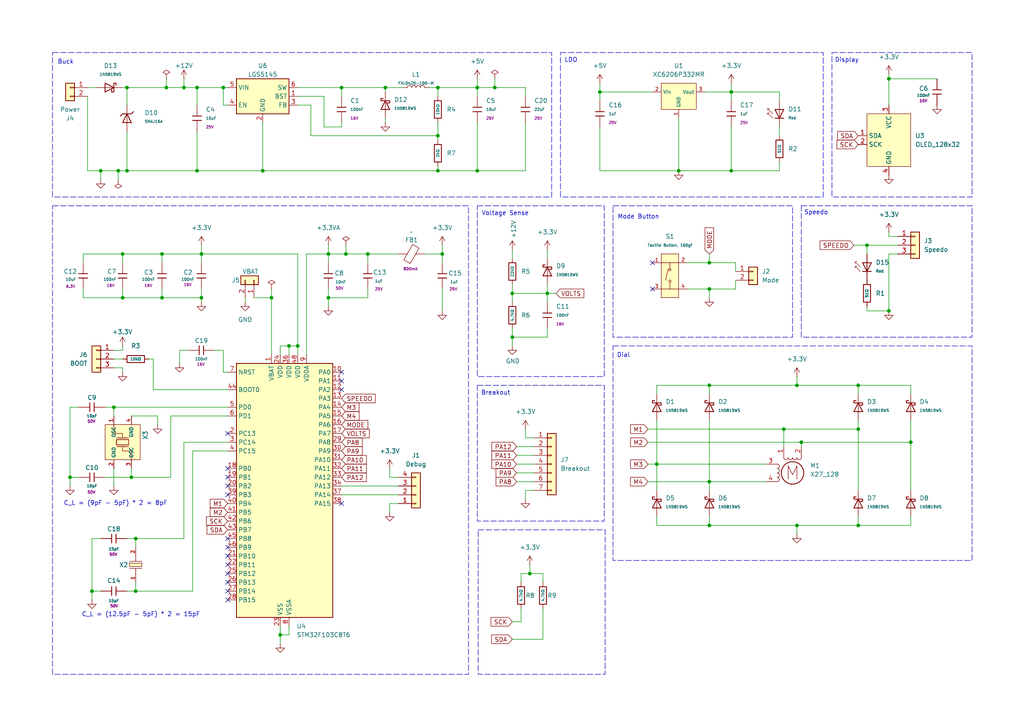
<source format=kicad_sch>
(kicad_sch (version 20231120) (generator "eeschema") (generator_version "8.0")
  (paper "A4")
  (title_block (title "Motorcycle Speedo") (date "2025-02-02") (rev "0.1") (company "Ben"))
  (lib_symbols
    (symbol "0402,100nF_1" (pin_numbers hide) (pin_names (offset 0))
      (property "Reference" "C" (at 2.032 1.668 0))
      (property "Value" "100nF" (at 2.032 -0.3782 0))
      (property "Voltage Rated" "16V" (at 2.032 -2.0462 0))
      (symbol "0402,100nF_1_1_1"
        (pin passive line (at 0 3.81 270) (length 3.175) (name "~") (number "1"))
        (pin passive line (at 0 -3.81 90) (length 3.175) (name "~") (number "2"))
      )
    )
    (symbol "0402,100nF_2" (pin_numbers hide) (pin_names (offset 0))
      (property "Reference" "C" (at 2.032 1.668 0))
      (property "Value" "100nF" (at 2.032 -0.3782 0))
      (property "Voltage Rated" "16V" (at 2.032 -2.0462 0))
      (symbol "0402,100nF_2_1_1"
        (pin passive line (at 0 3.81 270) (length 3.175) (name "~") (number "1"))
        (pin passive line (at 0 -3.81 90) (length 3.175) (name "~") (number "2"))
      )
    )
    (symbol "0402,100nF_3" (pin_numbers hide) (pin_names (offset 0))
      (property "Reference" "C" (at 2.032 1.668 0))
      (property "Value" "100nF" (at 2.032 -0.3782 0))
      (property "Voltage Rated" "16V" (at 2.032 -2.0462 0))
      (symbol "0402,100nF_3_1_1"
        (pin passive line (at 0 3.81 270) (length 3.175) (name "~") (number "1"))
        (pin passive line (at 0 -3.81 90) (length 3.175) (name "~") (number "2"))
      )
    )
    (symbol "0402,100nF_4" (pin_numbers hide) (pin_names (offset 0))
      (property "Reference" "C" (at 2.032 1.668 0))
      (property "Value" "100nF" (at 2.032 -0.3782 0))
      (property "Voltage Rated" "16V" (at 2.032 -2.0462 0))
      (symbol "0402,100nF_4_1_1"
        (pin passive line (at 0 3.81 270) (length 3.175) (name "~") (number "1"))
        (pin passive line (at 0 -3.81 90) (length 3.175) (name "~") (number "2"))
      )
    )
    (symbol "0402,100nF_5" (pin_numbers hide) (pin_names (offset 0))
      (property "Reference" "C" (at 2.032 1.668 0))
      (property "Value" "100nF" (at 2.032 -0.3782 0))
      (property "Voltage Rated" "16V" (at 2.032 -2.0462 0))
      (symbol "0402,100nF_5_1_1"
        (pin passive line (at 0 3.81 270) (length 3.175) (name "~") (number "1"))
        (pin passive line (at 0 -3.81 90) (length 3.175) (name "~") (number "2"))
      )
    )
    (symbol "0402,10kΩ_1" (pin_numbers hide) (pin_names (offset 0))
      (property "Reference" "R" (at 1.778 0 0))
      (property "Value" "10kΩ" (at 0 0 90))
      (symbol "0402,10kΩ_1_1_1"
        (pin passive line (at 0 3.81 270) (length 1.27) (name "~") (number "1"))
        (pin passive line (at 0 -3.81 90) (length 1.27) (name "~") (number "2"))
      )
    )
    (symbol "0402,10pF_1" (pin_numbers hide) (pin_names (offset 0))
      (property "Reference" "C" (at 2.032 1.668 0))
      (property "Value" "10pF" (at 2.032 -0.3782 0))
      (property "Voltage Rated" "50V" (at 2.032 -2.0462 0))
      (symbol "0402,10pF_1_1_1"
        (pin passive line (at 0 3.81 270) (length 3.175) (name "~") (number "1"))
        (pin passive line (at 0 -3.81 90) (length 3.175) (name "~") (number "2"))
      )
    )
    (symbol "0402,15pF_1" (pin_numbers hide) (pin_names (offset 0))
      (property "Reference" "C" (at 2.032 1.668 0))
      (property "Value" "15pF" (at 2.032 -0.3782 0))
      (property "Voltage Rated" "50V" (at 2.032 -2.0462 0))
      (symbol "0402,15pF_1_1_1"
        (pin passive line (at 0 3.81 270) (length 3.175) (name "~") (number "1"))
        (pin passive line (at 0 -3.81 90) (length 3.175) (name "~") (number "2"))
      )
    )
    (symbol "0402,1uF_1" (pin_numbers hide) (pin_names (offset 0))
      (property "Reference" "C" (at 2.032 1.668 0))
      (property "Value" "1uF" (at 2.032 -0.3782 0))
      (property "Voltage Rated" "25V" (at 2.032 -2.0462 0))
      (symbol "0402,1uF_1_1_1"
        (pin passive line (at 0 3.81 270) (length 3.175) (name "~") (number "1"))
        (pin passive line (at 0 -3.81 90) (length 3.175) (name "~") (number "2"))
      )
    )
    (symbol "0402,1uF_2" (pin_numbers hide) (pin_names (offset 0))
      (property "Reference" "C" (at 2.032 1.668 0))
      (property "Value" "1uF" (at 2.032 -0.3782 0))
      (property "Voltage Rated" "25V" (at 2.032 -2.0462 0))
      (symbol "0402,1uF_2_1_1"
        (pin passive line (at 0 3.81 270) (length 3.175) (name "~") (number "1"))
        (pin passive line (at 0 -3.81 90) (length 3.175) (name "~") (number "2"))
      )
    )
    (symbol "0402,51Ω_1" (pin_numbers hide) (pin_names (offset 0))
      (property "Reference" "R" (at 1.778 0 0))
      (property "Value" "51Ω" (at 0 0 90))
      (symbol "0402,51Ω_1_1_1"
        (pin passive line (at 0 3.81 270) (length 1.27) (name "~") (number "1"))
        (pin passive line (at 0 -3.81 90) (length 1.27) (name "~") (number "2"))
      )
    )
    (symbol "0805,10uF_1" (pin_numbers hide) (pin_names (offset 0))
      (property "Reference" "C" (at 2.032 1.668 0))
      (property "Value" "10uF" (at 2.032 -0.3782 0))
      (property "Voltage Rated" "25V" (at 2.032 -2.0462 0))
      (symbol "0805,10uF_1_1_1"
        (pin passive line (at 0 3.81 270) (length 3.175) (name "~") (number "1"))
        (pin passive line (at 0 -3.81 90) (length 3.175) (name "~") (number "2"))
      )
    )
    (symbol "Connector_Generic:Conn_01x02" (pin_names (offset 1.016) hide)
      (property "Reference" "J" (at 0 2.54 0))
      (property "Value" "Conn_01x02" (at 0 -5.08 0))
      (symbol "Conn_01x02_1_1"
        (pin passive line (at -5.08 0 0) (length 3.81) (name "Pin_1") (number "1"))
        (pin passive line (at -5.08 -2.54 0) (length 3.81) (name "Pin_2") (number "2"))
      )
    )
    (symbol "Connector_Generic:Conn_01x03" (pin_names (offset 1.016) hide)
      (property "Reference" "J" (at 0 5.08 0))
      (property "Value" "Conn_01x03" (at 0 -5.08 0))
      (symbol "Conn_01x03_1_1"
        (pin passive line (at -5.08 2.54 0) (length 3.81) (name "Pin_1") (number "1"))
        (pin passive line (at -5.08 0 0) (length 3.81) (name "Pin_2") (number "2"))
        (pin passive line (at -5.08 -2.54 0) (length 3.81) (name "Pin_3") (number "3"))
      )
    )
    (symbol "Connector_Generic:Conn_01x04" (pin_names (offset 1.016) hide)
      (property "Reference" "J" (at 0 5.08 0))
      (property "Value" "Conn_01x04" (at 0 -7.62 0))
      (symbol "Conn_01x04_1_1"
        (pin passive line (at -5.08 2.54 0) (length 3.81) (name "Pin_1") (number "1"))
        (pin passive line (at -5.08 0 0) (length 3.81) (name "Pin_2") (number "2"))
        (pin passive line (at -5.08 -2.54 0) (length 3.81) (name "Pin_3") (number "3"))
        (pin passive line (at -5.08 -5.08 0) (length 3.81) (name "Pin_4") (number "4"))
      )
    )
    (symbol "Connector_Generic:Conn_01x07" (pin_names (offset 1.016) hide)
      (property "Reference" "J" (at 0 10.16 0))
      (property "Value" "Conn_01x07" (at 0 -10.16 0))
      (symbol "Conn_01x07_1_1"
        (pin passive line (at -5.08 7.62 0) (length 3.81) (name "Pin_1") (number "1"))
        (pin passive line (at -5.08 5.08 0) (length 3.81) (name "Pin_2") (number "2"))
        (pin passive line (at -5.08 2.54 0) (length 3.81) (name "Pin_3") (number "3"))
        (pin passive line (at -5.08 0 0) (length 3.81) (name "Pin_4") (number "4"))
        (pin passive line (at -5.08 -2.54 0) (length 3.81) (name "Pin_5") (number "5"))
        (pin passive line (at -5.08 -5.08 0) (length 3.81) (name "Pin_6") (number "6"))
        (pin passive line (at -5.08 -7.62 0) (length 3.81) (name "Pin_7") (number "7"))
      )
    )
    (symbol "Device:L" (pin_numbers hide) (pin_names (offset 1.016) hide)
      (property "Reference" "L" (at -1.27 0 90))
      (property "Value" "L" (at 1.905 0 90))
      (symbol "L_1_1"
        (pin passive line (at 0 3.81 270) (length 1.27) (name "1") (number "1"))
        (pin passive line (at 0 -3.81 90) (length 1.27) (name "2") (number "2"))
      )
    )
    (symbol "LED,0603,Red_1" (pin_numbers hide) (pin_names (offset 0))
      (property "Reference" "D" (at 2.032 0.834 0))
      (property "Value" "Red" (at 2.032 -1.2122 0))
      (symbol "LED,0603,Red_1_1_1"
        (pin passive line (at 0 -3.81 90) (length 3.81) (name "~") (number "1"))
        (pin passive line (at 0 3.81 270) (length 3.81) (name "~") (number "2"))
      )
    )
    (symbol "Motor:Stepper_Motor_bipolar" (pin_names (offset 0) hide)
      (property "Reference" "M" (at 3.81 2.54 0))
      (property "Value" "Stepper_Motor_bipolar" (at 3.81 1.27 0))
      (symbol "Stepper_Motor_bipolar_1_1"
        (pin passive line (at -2.54 7.62 270) (length 2.54) (name "~") (number "1"))
        (pin passive line (at 2.54 7.62 270) (length 2.54) (name "-") (number "2"))
        (pin passive line (at -7.62 2.54 0) (length 2.54) (name "~") (number "3"))
        (pin passive line (at -7.62 -2.54 0) (length 2.54) (name "~") (number "4"))
      )
    )
    (symbol "PCM_JLCPCB-Capacitors:0402,100nF" (pin_numbers hide) (pin_names (offset 0))
      (property "Reference" "C" (at 2.032 1.668 0))
      (property "Value" "100nF" (at 2.032 -0.3782 0))
      (property "Voltage Rated" "16V" (at 2.032 -2.0462 0))
      (symbol "0402,100nF_1_1"
        (pin passive line (at 0 3.81 270) (length 3.175) (name "~") (number "1"))
        (pin passive line (at 0 -3.81 90) (length 3.175) (name "~") (number "2"))
      )
    )
    (symbol "PCM_JLCPCB-Capacitors:0402,10nF" (pin_numbers hide) (pin_names (offset 0))
      (property "Reference" "C" (at 2.032 1.668 0))
      (property "Value" "10nF" (at 2.032 -0.3782 0))
      (property "Voltage Rated" "50V" (at 2.032 -2.0462 0))
      (symbol "0402,10nF_1_1"
        (pin passive line (at 0 3.81 270) (length 3.175) (name "~") (number "1"))
        (pin passive line (at 0 -3.81 90) (length 3.175) (name "~") (number "2"))
      )
    )
    (symbol "PCM_JLCPCB-Capacitors:0402,10pF" (pin_numbers hide) (pin_names (offset 0))
      (property "Reference" "C" (at 2.032 1.668 0))
      (property "Value" "10pF" (at 2.032 -0.3782 0))
      (property "Voltage Rated" "50V" (at 2.032 -2.0462 0))
      (symbol "0402,10pF_1_1"
        (pin passive line (at 0 3.81 270) (length 3.175) (name "~") (number "1"))
        (pin passive line (at 0 -3.81 90) (length 3.175) (name "~") (number "2"))
      )
    )
    (symbol "PCM_JLCPCB-Capacitors:0402,10uF" (pin_numbers hide) (pin_names (offset 0))
      (property "Reference" "C" (at 2.032 1.668 0))
      (property "Value" "10uF" (at 2.032 -0.3782 0))
      (property "Voltage Rated" "6.3V" (at 2.032 -2.0462 0))
      (symbol "0402,10uF_1_1"
        (pin passive line (at 0 3.81 270) (length 3.175) (name "~") (number "1"))
        (pin passive line (at 0 -3.81 90) (length 3.175) (name "~") (number "2"))
      )
    )
    (symbol "PCM_JLCPCB-Capacitors:0402,15pF" (pin_numbers hide) (pin_names (offset 0))
      (property "Reference" "C" (at 2.032 1.668 0))
      (property "Value" "15pF" (at 2.032 -0.3782 0))
      (property "Voltage Rated" "50V" (at 2.032 -2.0462 0))
      (symbol "0402,15pF_1_1"
        (pin passive line (at 0 3.81 270) (length 3.175) (name "~") (number "1"))
        (pin passive line (at 0 -3.81 90) (length 3.175) (name "~") (number "2"))
      )
    )
    (symbol "PCM_JLCPCB-Capacitors:0402,1uF" (pin_numbers hide) (pin_names (offset 0))
      (property "Reference" "C" (at 2.032 1.668 0))
      (property "Value" "1uF" (at 2.032 -0.3782 0))
      (property "Voltage Rated" "25V" (at 2.032 -2.0462 0))
      (symbol "0402,1uF_1_1"
        (pin passive line (at 0 3.81 270) (length 3.175) (name "~") (number "1"))
        (pin passive line (at 0 -3.81 90) (length 3.175) (name "~") (number "2"))
      )
    )
    (symbol "PCM_JLCPCB-Capacitors:0805,10uF" (pin_numbers hide) (pin_names (offset 0))
      (property "Reference" "C" (at 2.032 1.668 0))
      (property "Value" "10uF" (at 2.032 -0.3782 0))
      (property "Voltage Rated" "25V" (at 2.032 -2.0462 0))
      (symbol "0805,10uF_1_1"
        (pin passive line (at 0 3.81 270) (length 3.175) (name "~") (number "1"))
        (pin passive line (at 0 -3.81 90) (length 3.175) (name "~") (number "2"))
      )
    )
    (symbol "PCM_JLCPCB-Capacitors:0805,22uF" (pin_numbers hide) (pin_names (offset 0))
      (property "Reference" "C" (at 2.032 1.668 0))
      (property "Value" "22uF" (at 2.032 -0.3782 0))
      (property "Voltage Rated" "25V" (at 2.032 -2.0462 0))
      (symbol "0805,22uF_1_1"
        (pin passive line (at 0 3.81 270) (length 3.175) (name "~") (number "1"))
        (pin passive line (at 0 -3.81 90) (length 3.175) (name "~") (number "2"))
      )
    )
    (symbol "PCM_JLCPCB-Connectors_Buttons:Tactile Button, 160gf" (pin_names hide)
      (property "Reference" "S1" (at 0 10.16 0))
      (property "Value" "Tactile Button, 160gf" (at 0 7.62 0))
      (symbol "Tactile Button, 160gf_0_1"
        (pin passive line (at -5.08 2.54 0) (length 2.54) (name "A") (number "1"))
      )
      (symbol "Tactile Button, 160gf_1_1"
        (pin passive line (at 5.08 2.54 180) (length 2.54) (name "B") (number "2"))
        (pin passive line (at -5.08 -5.08 0) (length 2.54) (name "C") (number "3"))
        (pin passive line (at 5.08 -5.08 180) (length 2.54) (name "D") (number "4"))
      )
    )
    (symbol "PCM_JLCPCB-Crystals:Crystal, 16MHz, 9pF"
      (property "Reference" "X" (at 0 6.096 0))
      (symbol "Crystal, 16MHz, 9pF_0_1"
        (pin power_in line (at -7.62 2.54 0) (length 2.54) (name "GND") (number "4"))
      )
      (symbol "Crystal, 16MHz, 9pF_1_1"
        (pin passive line (at -7.62 -2.54 0) (length 2.54) (name "OSC") (number "1"))
        (pin power_in line (at 7.62 -2.54 180) (length 2.54) (name "GND") (number "2"))
        (pin passive line (at 7.62 2.54 180) (length 2.54) (name "OSC") (number "3"))
      )
    )
    (symbol "PCM_JLCPCB-Crystals:Crystal, 32.768kHz, 13pF" (pin_names hide)
      (property "Reference" "X" (at 0 3.5 0))
      (symbol "Crystal, 32.768kHz, 13pF_0_1"
        (pin passive line (at 5.08 0 180) (length 2.54) (name "2") (number "2"))
      )
      (symbol "Crystal, 32.768kHz, 13pF_1_1"
        (pin passive line (at -5.08 0 0) (length 2.54) (name "1") (number "1"))
      )
    )
    (symbol "PCM_JLCPCB-Diodes:LED,0603,Red" (pin_numbers hide) (pin_names (offset 0))
      (property "Reference" "D" (at 2.032 0.834 0))
      (property "Value" "Red" (at 2.032 -1.2122 0))
      (symbol "LED,0603,Red_1_1"
        (pin passive line (at 0 -3.81 90) (length 3.81) (name "~") (number "1"))
        (pin passive line (at 0 3.81 270) (length 3.81) (name "~") (number "2"))
      )
    )
    (symbol "PCM_JLCPCB-Diodes:Schottky,1N5819WS" (pin_numbers hide) (pin_names (offset 0))
      (property "Reference" "D" (at 2.032 0.834 0))
      (property "Value" "1N5819WS" (at 2.032 -1.2122 0))
      (symbol "Schottky,1N5819WS_1_1"
        (pin passive line (at 0 -3.81 90) (length 3.81) (name "~") (number "1"))
        (pin passive line (at 0 3.81 270) (length 3.81) (name "~") (number "2"))
      )
    )
    (symbol "PCM_JLCPCB-Diodes:TVS-Uni,SMAJ16A" (pin_numbers hide) (pin_names (offset 0))
      (property "Reference" "D" (at 2.032 0.834 0))
      (property "Value" "SMAJ16A" (at 2.032 -1.2122 0))
      (symbol "TVS-Uni,SMAJ16A_1_1"
        (pin passive line (at 0 -3.81 90) (length 3.81) (name "~") (number "1"))
        (pin passive line (at 0 3.81 270) (length 3.81) (name "~") (number "2"))
      )
    )
    (symbol "PCM_JLCPCB-Inductors:Ferrite,0805" (pin_numbers hide) (pin_names (offset 0))
      (property "Reference" "FB" (at 3.4036 1.2508 0))
      (property "Current Rating" "800mA" (at 3.4036 -1.5274 0))
      (symbol "Ferrite,0805_1_1"
        (pin passive line (at 0 3.81 270) (length 2.54) (name "~") (number "1"))
        (pin passive line (at 0 -3.81 90) (length 2.54) (name "~") (number "2"))
      )
    )
    (symbol "PCM_JLCPCB-MCUs:STM32F103C8T6"
      (property "Reference" "U" (at -12.7 39.37 0))
      (property "Value" "STM32F103C8T6" (at 10.16 39.37 0))
      (symbol "STM32F103C8T6_1_1"
        (pin power_in line (at -2.54 40.64 270) (length 2.54) (name "VBAT") (number "1"))
        (pin bidirectional line (at 17.78 35.56 180) (length 2.54) (name "PA0") (number "10"))
        (pin bidirectional line (at 17.78 33.02 180) (length 2.54) (name "PA1") (number "11"))
        (pin bidirectional line (at 17.78 30.48 180) (length 2.54) (name "PA2") (number "12"))
        (pin bidirectional line (at 17.78 27.94 180) (length 2.54) (name "PA3") (number "13"))
        (pin bidirectional line (at 17.78 25.4 180) (length 2.54) (name "PA4") (number "14"))
        (pin bidirectional line (at 17.78 22.86 180) (length 2.54) (name "PA5") (number "15"))
        (pin bidirectional line (at 17.78 20.32 180) (length 2.54) (name "PA6") (number "16"))
        (pin bidirectional line (at 17.78 17.78 180) (length 2.54) (name "PA7") (number "17"))
        (pin bidirectional line (at -15.24 7.62 0) (length 2.54) (name "PB0") (number "18"))
        (pin bidirectional line (at -15.24 5.08 0) (length 2.54) (name "PB1") (number "19"))
        (pin bidirectional line (at -15.24 17.78 0) (length 2.54) (name "PC13") (number "2"))
        (pin bidirectional line (at -15.24 2.54 0) (length 2.54) (name "PB2") (number "20"))
        (pin bidirectional line (at -15.24 -17.78 0) (length 2.54) (name "PB10") (number "21"))
        (pin bidirectional line (at -15.24 -20.32 0) (length 2.54) (name "PB11") (number "22"))
        (pin power_in line (at 0 -38.1 90) (length 2.54) (name "VSS") (number "23"))
        (pin power_in line (at 0 40.64 270) (length 2.54) (name "VDD") (number "24"))
        (pin bidirectional line (at -15.24 -22.86 0) (length 2.54) (name "PB12") (number "25"))
        (pin bidirectional line (at -15.24 -25.4 0) (length 2.54) (name "PB13") (number "26"))
        (pin bidirectional line (at -15.24 -27.94 0) (length 2.54) (name "PB14") (number "27"))
        (pin bidirectional line (at -15.24 -30.48 0) (length 2.54) (name "PB15") (number "28"))
        (pin bidirectional line (at 17.78 15.24 180) (length 2.54) (name "PA8") (number "29"))
        (pin bidirectional line (at -15.24 15.24 0) (length 2.54) (name "PC14") (number "3"))
        (pin bidirectional line (at 17.78 12.7 180) (length 2.54) (name "PA9") (number "30"))
        (pin bidirectional line (at 17.78 10.16 180) (length 2.54) (name "PA10") (number "31"))
        (pin bidirectional line (at 17.78 7.62 180) (length 2.54) (name "PA11") (number "32"))
        (pin bidirectional line (at 17.78 5.08 180) (length 2.54) (name "PA12") (number "33"))
        (pin bidirectional line (at 17.78 2.54 180) (length 2.54) (name "PA13") (number "34"))
        (pin passive line (at 0 -38.1 90) (length 2.54) hide (name "VSS") (number "35"))
        (pin power_in line (at 2.54 40.64 270) (length 2.54) (name "VDD") (number "36"))
        (pin bidirectional line (at 17.78 0 180) (length 2.54) (name "PA14") (number "37"))
        (pin bidirectional line (at 17.78 -2.54 180) (length 2.54) (name "PA15") (number "38"))
        (pin bidirectional line (at -15.24 0 0) (length 2.54) (name "PB3") (number "39"))
        (pin bidirectional line (at -15.24 12.7 0) (length 2.54) (name "PC15") (number "4"))
        (pin bidirectional line (at -15.24 -2.54 0) (length 2.54) (name "PB4") (number "40"))
        (pin bidirectional line (at -15.24 -5.08 0) (length 2.54) (name "PB5") (number "41"))
        (pin bidirectional line (at -15.24 -7.62 0) (length 2.54) (name "PB6") (number "42"))
        (pin bidirectional line (at -15.24 -10.16 0) (length 2.54) (name "PB7") (number "43"))
        (pin input line (at -15.24 30.48 0) (length 2.54) (name "BOOT0") (number "44"))
        (pin bidirectional line (at -15.24 -12.7 0) (length 2.54) (name "PB8") (number "45"))
        (pin bidirectional line (at -15.24 -15.24 0) (length 2.54) (name "PB9") (number "46"))
        (pin passive line (at 0 -38.1 90) (length 2.54) hide (name "VSS") (number "47"))
        (pin power_in line (at 5.08 40.64 270) (length 2.54) (name "VDD") (number "48"))
        (pin bidirectional line (at -15.24 25.4 0) (length 2.54) (name "PD0") (number "5"))
        (pin bidirectional line (at -15.24 22.86 0) (length 2.54) (name "PD1") (number "6"))
        (pin input line (at -15.24 35.56 0) (length 2.54) (name "NRST") (number "7"))
        (pin power_in line (at 2.54 -38.1 90) (length 2.54) (name "VSSA") (number "8"))
        (pin power_in line (at 7.62 40.64 270) (length 2.54) (name "VDDA") (number "9"))
      )
    )
    (symbol "PCM_JLCPCB-Power:LDO, 3.3V, 0.2A"
      (property "Reference" "U1" (at 0 10.16 0))
      (property "Value" "XC6206P332MR" (at 0 7.62 0))
      (symbol "LDO, 3.3V, 0.2A_1_1"
        (pin power_in line (at 0 -5.08 90) (length 2.56) (name "GND") (number "1"))
        (pin power_in line (at -7.62 2.54 0) (length 2.56) (name "Vin") (number "2"))
        (pin power_out line (at 7.62 2.54 180) (length 2.56) (name "Vout") (number "3"))
      )
    )
    (symbol "PCM_JLCPCB-Resistors:0402,10kΩ" (pin_numbers hide) (pin_names (offset 0))
      (property "Reference" "R" (at 1.778 0 0))
      (property "Value" "10kΩ" (at 0 0 90))
      (symbol "0402,10kΩ_1_1"
        (pin passive line (at 0 3.81 270) (length 1.27) (name "~") (number "1"))
        (pin passive line (at 0 -3.81 90) (length 1.27) (name "~") (number "2"))
      )
    )
    (symbol "PCM_JLCPCB-Resistors:0402,22kΩ" (pin_numbers hide) (pin_names (offset 0))
      (property "Reference" "R" (at 1.778 0 0))
      (property "Value" "22kΩ" (at 0 0 90))
      (symbol "0402,22kΩ_1_1"
        (pin passive line (at 0 3.81 270) (length 1.27) (name "~") (number "1"))
        (pin passive line (at 0 -3.81 90) (length 1.27) (name "~") (number "2"))
      )
    )
    (symbol "PCM_JLCPCB-Resistors:0402,2kΩ" (pin_numbers hide) (pin_names (offset 0))
      (property "Reference" "R" (at 1.778 0 0))
      (property "Value" "2kΩ" (at 0 0 90))
      (symbol "0402,2kΩ_1_1"
        (pin passive line (at 0 3.81 270) (length 1.27) (name "~") (number "1"))
        (pin passive line (at 0 -3.81 90) (length 1.27) (name "~") (number "2"))
      )
    )
    (symbol "PCM_JLCPCB-Resistors:0402,4.7kΩ" (pin_numbers hide) (pin_names (offset 0))
      (property "Reference" "R" (at 1.778 0 0))
      (property "Value" "4.7kΩ" (at 0 0 90))
      (symbol "0402,4.7kΩ_1_1"
        (pin passive line (at 0 3.81 270) (length 1.27) (name "~") (number "1"))
        (pin passive line (at 0 -3.81 90) (length 1.27) (name "~") (number "2"))
      )
    )
    (symbol "PCM_JLCPCB-Resistors:0402,51Ω" (pin_numbers hide) (pin_names (offset 0))
      (property "Reference" "R" (at 1.778 0 0))
      (property "Value" "51Ω" (at 0 0 90))
      (symbol "0402,51Ω_1_1"
        (pin passive line (at 0 3.81 270) (length 1.27) (name "~") (number "1"))
        (pin passive line (at 0 -3.81 90) (length 1.27) (name "~") (number "2"))
      )
    )
    (symbol "Regulator_Switching:LGS5145"
      (property "Reference" "U" (at -7.62 6.35 0))
      (property "Value" "LGS5145" (at 2.54 6.35 0))
      (symbol "LGS5145_1_1"
        (pin passive line (at 10.16 0 180) (length 2.54) (name "BST") (number "1"))
        (pin power_in line (at 0 -7.62 90) (length 2.54) (name "GND") (number "2"))
        (pin input line (at 10.16 -2.54 180) (length 2.54) (name "FB") (number "3"))
        (pin input line (at -10.16 -2.54 0) (length 2.54) (name "EN") (number "4"))
        (pin power_in line (at -10.16 2.54 0) (length 2.54) (name "VIN") (number "5"))
        (pin output line (at 10.16 2.54 180) (length 2.54) (name "SW") (number "6"))
      )
    )
    (symbol "Schottky,1N5819WS_1" (pin_numbers hide) (pin_names (offset 0))
      (property "Reference" "D" (at 2.032 0.834 0))
      (property "Value" "1N5819WS" (at 2.032 -1.2122 0))
      (symbol "Schottky,1N5819WS_1_1_1"
        (pin passive line (at 0 -3.81 90) (length 3.81) (name "~") (number "1"))
        (pin passive line (at 0 3.81 270) (length 3.81) (name "~") (number "2"))
      )
    )
    (symbol "Schottky,1N5819WS_2" (pin_numbers hide) (pin_names (offset 0))
      (property "Reference" "D" (at 2.032 0.834 0))
      (property "Value" "1N5819WS" (at 2.032 -1.2122 0))
      (symbol "Schottky,1N5819WS_2_1_1"
        (pin passive line (at 0 -3.81 90) (length 3.81) (name "~") (number "1"))
        (pin passive line (at 0 3.81 270) (length 3.81) (name "~") (number "2"))
      )
    )
    (symbol "power:+12V" (power) (pin_numbers hide) (pin_names (offset 0) hide)
      (property "Value" "+12V" (at 0 3.556 0))
      (symbol "+12V_1_1"
        (pin power_in line (at 0 0 90) (length 0) (name "~") (number "1"))
      )
    )
    (symbol "power:+3.3V" (power) (pin_numbers hide) (pin_names (offset 0) hide)
      (property "Value" "+3.3V" (at 0 3.556 0))
      (symbol "+3.3V_1_1"
        (pin power_in line (at 0 0 90) (length 0) (name "~") (number "1"))
      )
    )
    (symbol "power:+3.3VA" (power) (pin_numbers hide) (pin_names (offset 0) hide)
      (property "Value" "+3.3VA" (at 0 3.556 0))
      (symbol "+3.3VA_1_1"
        (pin power_in line (at 0 0 90) (length 0) (name "~") (number "1"))
      )
    )
    (symbol "power:+5V" (power) (pin_numbers hide) (pin_names (offset 0) hide)
      (property "Value" "+5V" (at 0 3.556 0))
      (symbol "+5V_1_1"
        (pin power_in line (at 0 0 90) (length 0) (name "~") (number "1"))
      )
    )
    (symbol "power:GND" (power) (pin_numbers hide) (pin_names (offset 0) hide)
      (property "Value" "GND" (at 0 -3.81 0))
      (symbol "GND_1_1"
        (pin power_in line (at 0 0 270) (length 0) (name "~") (number "1"))
      )
    )
    (symbol "power:PWR_FLAG" (power) (pin_numbers hide) (pin_names (offset 0) hide)
      (property "Value" "PWR_FLAG" (at 0 3.81 0))
      (symbol "PWR_FLAG_0_0"
        (pin power_out line (at 0 0 90) (length 0) (name "~") (number "1"))
      )
    )
    (symbol "symbols:OLED_128x32"
      (property "Reference" "U" (at 0 0 0))
      (property "Value" "OLED_128x32" (at 0 0 0))
      (symbol "OLED_128x32_1_1"
        (pin input line (at -8.89 1.27 0) (length 2.54) (name "SDA") (number "1"))
        (pin input line (at -8.89 -1.27 0) (length 2.54) (name "SCK") (number "2"))
        (pin power_in line (at 0 10.16 270) (length 2.54) (name "VCC") (number "3"))
        (pin power_in line (at 0 -10.16 90) (length 2.54) (name "GND") (number "4"))
      )
    )
  )
  (junction (at 257.81 90.17))
  (junction (at 127 25.4))
  (junction (at 205.74 111.76))
  (junction (at 100.33 73.66))
  (junction (at 39.37 171.45))
  (junction (at 20.32 138.43))
  (junction (at 34.29 49.53))
  (junction (at 128.27 73.66))
  (junction (at 158.75 85.09))
  (junction (at 190.5 134.62))
  (junction (at 58.42 73.66))
  (junction (at 205.74 76.2))
  (junction (at 232.41 128.27))
  (junction (at 78.74 86.36))
  (junction (at 33.02 118.11))
  (junction (at 39.37 156.21))
  (junction (at 231.14 152.4))
  (junction (at 111.76 25.4))
  (junction (at 148.59 85.09))
  (junction (at 64.77 25.4))
  (junction (at 248.92 124.46))
  (junction (at 248.92 152.4))
  (junction (at 38.1 138.43))
  (junction (at 143.51 25.4))
  (junction (at 36.83 49.53))
  (junction (at 26.67 171.45))
  (junction (at 46.99 73.66))
  (junction (at 127 39.37))
  (junction (at 29.21 49.53))
  (junction (at 48.26 25.4))
  (junction (at 264.16 128.27))
  (junction (at 138.43 25.4))
  (junction (at 58.42 86.36))
  (junction (at 205.74 139.7))
  (junction (at 57.15 25.4))
  (junction (at 138.43 49.53))
  (junction (at 196.85 49.53))
  (junction (at 86.36 100.33))
  (junction (at 205.74 83.82))
  (junction (at 46.99 86.36))
  (junction (at 227.33 124.46))
  (junction (at 205.74 152.4))
  (junction (at 257.81 22.86))
  (junction (at 148.59 97.79))
  (junction (at 83.82 100.33))
  (junction (at 76.2 49.53))
  (junction (at 251.46 71.12))
  (junction (at 81.28 184.15))
  (junction (at 95.25 86.36))
  (junction (at 212.09 26.67))
  (junction (at 212.09 49.53))
  (junction (at 231.14 111.76))
  (junction (at 53.34 25.4))
  (junction (at 35.56 86.36))
  (junction (at 153.67 166.37))
  (junction (at 106.68 73.66))
  (junction (at 248.92 111.76))
  (junction (at 127 49.53))
  (junction (at 36.83 25.4))
  (junction (at 95.25 73.66))
  (junction (at 99.06 25.4))
  (junction (at 35.56 73.66))
  (junction (at 57.15 49.53))
  (junction (at 173.99 26.67))
  (no_connect (at 66.04 171.45))
  (no_connect (at 189.23 83.82))
  (no_connect (at 66.04 161.29))
  (no_connect (at 99.06 107.95))
  (no_connect (at 66.04 135.89))
  (no_connect (at 99.06 146.05))
  (no_connect (at 66.04 125.73))
  (no_connect (at 66.04 173.99))
  (no_connect (at 66.04 163.83))
  (no_connect (at 66.04 158.75))
  (no_connect (at 99.06 110.49))
  (no_connect (at 66.04 156.21))
  (no_connect (at 189.23 76.2))
  (no_connect (at 66.04 168.91))
  (no_connect (at 99.06 113.03))
  (no_connect (at 66.04 140.97))
  (no_connect (at 66.04 138.43))
  (no_connect (at 66.04 143.51))
  (no_connect (at 66.04 166.37))
  (wire (pts (xy 88.9 102.87) (xy 88.9 73.66)))
  (wire (pts (xy 106.68 86.36) (xy 106.68 83.82)))
  (wire (pts (xy 205.74 76.2) (xy 213.36 76.2)))
  (wire (pts (xy 52.07 101.6) (xy 52.07 105.41)))
  (wire (pts (xy 189.23 26.67) (xy 173.99 26.67)))
  (wire (pts (xy 106.68 73.66) (xy 115.57 73.66)))
  (wire (pts (xy 39.37 168.91) (xy 39.37 171.45)))
  (wire (pts (xy 138.43 27.94) (xy 138.43 25.4)))
  (wire (pts (xy 260.35 73.66) (xy 257.81 73.66)))
  (wire (pts (xy 151.13 180.34) (xy 151.13 176.53)))
  (wire (pts (xy 227.33 124.46) (xy 248.92 124.46)))
  (wire (pts (xy 173.99 26.67) (xy 173.99 29.21)))
  (wire (pts (xy 111.76 34.29) (xy 111.76 35.56)))
  (wire (pts (xy 264.16 128.27) (xy 264.16 142.24)))
  (wire (pts (xy 36.83 49.53) (xy 57.15 49.53)))
  (wire (pts (xy 190.5 121.92) (xy 190.5 134.62)))
  (wire (pts (xy 99.06 25.4) (xy 86.36 25.4)))
  (wire (pts (xy 64.77 25.4) (xy 66.04 25.4)))
  (wire (pts (xy 205.74 152.4) (xy 231.14 152.4)))
  (wire (pts (xy 36.83 156.21) (xy 39.37 156.21)))
  (wire (pts (xy 227.33 129.54) (xy 227.33 124.46)))
  (wire (pts (xy 232.41 128.27) (xy 264.16 128.27)))
  (wire (pts (xy 152.4 144.78) (xy 152.4 142.24)))
  (wire (pts (xy 222.25 139.7) (xy 205.74 139.7)))
  (wire (pts (xy 58.42 86.36) (xy 46.99 86.36)))
  (wire (pts (xy 46.99 73.66) (xy 35.56 73.66)))
  (wire (pts (xy 30.48 118.11) (xy 33.02 118.11)))
  (wire (pts (xy 205.74 111.76) (xy 190.5 111.76)))
  (wire (pts (xy 29.21 49.53) (xy 34.29 49.53)))
  (wire (pts (xy 86.36 100.33) (xy 86.36 73.66)))
  (wire (pts (xy 33.02 106.68) (xy 35.56 106.68)))
  (wire (pts (xy 257.81 73.66) (xy 257.81 90.17)))
  (wire (pts (xy 212.09 24.13) (xy 212.09 26.67)))
  (wire (pts (xy 35.56 25.4) (xy 36.83 25.4)))
  (wire (pts (xy 148.59 72.39) (xy 148.59 74.93)))
  (wire (pts (xy 251.46 71.12) (xy 251.46 73.66)))
  (wire (pts (xy 226.06 46.99) (xy 226.06 49.53)))
  (wire (pts (xy 86.36 30.48) (xy 90.17 30.48)))
  (wire (pts (xy 46.99 73.66) (xy 46.99 76.2)))
  (wire (pts (xy 152.4 35.56) (xy 152.4 49.53)))
  (wire (pts (xy 66.04 130.81) (xy 55.88 130.81)))
  (wire (pts (xy 33.02 118.11) (xy 66.04 118.11)))
  (wire (pts (xy 128.27 83.82) (xy 128.27 90.17)))
  (wire (pts (xy 187.96 124.46) (xy 227.33 124.46)))
  (wire (pts (xy 173.99 49.53) (xy 196.85 49.53)))
  (wire (pts (xy 99.06 25.4) (xy 111.76 25.4)))
  (wire (pts (xy 90.17 39.37) (xy 127 39.37)))
  (wire (pts (xy 113.03 135.89) (xy 113.03 138.43)))
  (wire (pts (xy 158.75 74.93) (xy 158.75 72.39)))
  (wire (pts (xy 251.46 88.9) (xy 251.46 90.17)))
  (wire (pts (xy 123.19 73.66) (xy 128.27 73.66)))
  (wire (pts (xy 95.25 73.66) (xy 95.25 76.2)))
  (wire (pts (xy 152.4 124.46) (xy 152.4 127)))
  (wire (pts (xy 93.98 36.83) (xy 99.06 36.83)))
  (wire (pts (xy 251.46 90.17) (xy 257.81 90.17)))
  (wire (pts (xy 38.1 135.89) (xy 38.1 138.43)))
  (wire (pts (xy 48.26 25.4) (xy 53.34 25.4)))
  (wire (pts (xy 138.43 25.4) (xy 143.51 25.4)))
  (wire (pts (xy 44.45 113.03) (xy 44.45 104.14)))
  (wire (pts (xy 248.92 111.76) (xy 264.16 111.76)))
  (wire (pts (xy 138.43 22.86) (xy 138.43 25.4)))
  (wire (pts (xy 190.5 149.86) (xy 190.5 152.4)))
  (wire (pts (xy 73.66 86.36) (xy 78.74 86.36)))
  (wire (pts (xy 33.02 101.6) (xy 35.56 101.6)))
  (wire (pts (xy 213.36 83.82) (xy 213.36 81.28)))
  (wire (pts (xy 35.56 100.33) (xy 35.56 101.6)))
  (wire (pts (xy 226.06 29.21) (xy 226.06 26.67)))
  (wire (pts (xy 22.86 138.43) (xy 20.32 138.43)))
  (wire (pts (xy 157.48 176.53) (xy 157.48 185.42)))
  (wire (pts (xy 46.99 86.36) (xy 46.99 83.82)))
  (wire (pts (xy 53.34 128.27) (xy 53.34 156.21)))
  (wire (pts (xy 24.13 73.66) (xy 24.13 76.2)))
  (wire (pts (xy 46.99 86.36) (xy 35.56 86.36)))
  (wire (pts (xy 257.81 22.86) (xy 271.78 22.86)))
  (wire (pts (xy 33.02 135.89) (xy 33.02 140.97)))
  (wire (pts (xy 34.29 49.53) (xy 34.29 52.07)))
  (wire (pts (xy 205.74 83.82) (xy 213.36 83.82)))
  (wire (pts (xy 95.25 71.12) (xy 95.25 73.66)))
  (wire (pts (xy 57.15 25.4) (xy 64.77 25.4)))
  (wire (pts (xy 264.16 121.92) (xy 264.16 128.27)))
  (wire (pts (xy 199.39 83.82) (xy 205.74 83.82)))
  (wire (pts (xy 29.21 171.45) (xy 26.67 171.45)))
  (wire (pts (xy 35.56 86.36) (xy 35.56 83.82)))
  (wire (pts (xy 213.36 76.2) (xy 213.36 78.74)))
  (wire (pts (xy 49.53 120.65) (xy 49.53 138.43)))
  (wire (pts (xy 127 25.4) (xy 127 27.94)))
  (wire (pts (xy 58.42 86.36) (xy 58.42 87.63)))
  (wire (pts (xy 45.72 120.65) (xy 45.72 123.19)))
  (wire (pts (xy 157.48 185.42) (xy 148.59 185.42)))
  (wire (pts (xy 148.59 97.79) (xy 148.59 95.25)))
  (wire (pts (xy 78.74 83.82) (xy 78.74 86.36)))
  (wire (pts (xy 152.4 27.94) (xy 152.4 25.4)))
  (wire (pts (xy 36.83 171.45) (xy 39.37 171.45)))
  (wire (pts (xy 36.83 25.4) (xy 36.83 30.48)))
  (wire (pts (xy 100.33 73.66) (xy 106.68 73.66)))
  (wire (pts (xy 25.4 49.53) (xy 29.21 49.53)))
  (wire (pts (xy 158.75 97.79) (xy 158.75 95.25)))
  (wire (pts (xy 149.86 134.62) (xy 154.94 134.62)))
  (wire (pts (xy 143.51 25.4) (xy 152.4 25.4)))
  (wire (pts (xy 20.32 138.43) (xy 20.32 118.11)))
  (wire (pts (xy 190.5 142.24) (xy 190.5 134.62)))
  (wire (pts (xy 57.15 25.4) (xy 57.15 30.48)))
  (wire (pts (xy 78.74 86.36) (xy 78.74 102.87)))
  (wire (pts (xy 143.51 22.86) (xy 143.51 25.4)))
  (wire (pts (xy 187.96 128.27) (xy 232.41 128.27)))
  (wire (pts (xy 212.09 26.67) (xy 212.09 29.21)))
  (wire (pts (xy 127 49.53) (xy 127 48.26)))
  (wire (pts (xy 99.06 36.83) (xy 99.06 35.56)))
  (wire (pts (xy 35.56 73.66) (xy 24.13 73.66)))
  (wire (pts (xy 127 25.4) (xy 138.43 25.4)))
  (wire (pts (xy 205.74 139.7) (xy 205.74 142.24)))
  (wire (pts (xy 260.35 68.58) (xy 257.81 68.58)))
  (wire (pts (xy 58.42 71.12) (xy 58.42 73.66)))
  (wire (pts (xy 212.09 36.83) (xy 212.09 49.53)))
  (wire (pts (xy 95.25 83.82) (xy 95.25 86.36)))
  (wire (pts (xy 257.81 67.31) (xy 257.81 68.58)))
  (wire (pts (xy 148.59 85.09) (xy 158.75 85.09)))
  (wire (pts (xy 81.28 181.61) (xy 81.28 184.15)))
  (wire (pts (xy 76.2 35.56) (xy 76.2 49.53)))
  (wire (pts (xy 138.43 35.56) (xy 138.43 49.53)))
  (wire (pts (xy 86.36 100.33) (xy 86.36 102.87)))
  (wire (pts (xy 44.45 104.14) (xy 43.18 104.14)))
  (wire (pts (xy 148.59 85.09) (xy 148.59 87.63)))
  (wire (pts (xy 29.21 156.21) (xy 26.67 156.21)))
  (wire (pts (xy 111.76 25.4) (xy 116.84 25.4)))
  (wire (pts (xy 205.74 121.92) (xy 205.74 139.7)))
  (wire (pts (xy 100.33 71.12) (xy 100.33 73.66)))
  (wire (pts (xy 111.76 25.4) (xy 111.76 26.67)))
  (wire (pts (xy 231.14 111.76) (xy 205.74 111.76)))
  (wire (pts (xy 81.28 100.33) (xy 83.82 100.33)))
  (wire (pts (xy 153.67 163.83) (xy 153.67 166.37)))
  (wire (pts (xy 66.04 120.65) (xy 49.53 120.65)))
  (wire (pts (xy 35.56 104.14) (xy 33.02 104.14)))
  (wire (pts (xy 95.25 86.36) (xy 95.25 88.9)))
  (wire (pts (xy 38.1 138.43) (xy 30.48 138.43)))
  (wire (pts (xy 158.75 82.55) (xy 158.75 85.09)))
  (wire (pts (xy 95.25 86.36) (xy 106.68 86.36)))
  (wire (pts (xy 58.42 73.66) (xy 46.99 73.66)))
  (wire (pts (xy 81.28 184.15) (xy 83.82 184.15)))
  (wire (pts (xy 115.57 146.05) (xy 113.03 146.05)))
  (wire (pts (xy 158.75 85.09) (xy 158.75 87.63)))
  (wire (pts (xy 128.27 73.66) (xy 128.27 76.2)))
  (wire (pts (xy 20.32 138.43) (xy 20.32 140.97)))
  (wire (pts (xy 36.83 25.4) (xy 48.26 25.4)))
  (wire (pts (xy 83.82 100.33) (xy 83.82 102.87)))
  (wire (pts (xy 55.88 171.45) (xy 39.37 171.45)))
  (wire (pts (xy 93.98 27.94) (xy 93.98 36.83)))
  (wire (pts (xy 58.42 83.82) (xy 58.42 86.36)))
  (wire (pts (xy 248.92 149.86) (xy 248.92 152.4)))
  (wire (pts (xy 257.81 21.59) (xy 257.81 22.86)))
  (wire (pts (xy 95.25 73.66) (xy 100.33 73.66)))
  (wire (pts (xy 24.13 86.36) (xy 24.13 83.82)))
  (wire (pts (xy 148.59 100.33) (xy 148.59 97.79)))
  (wire (pts (xy 25.4 25.4) (xy 27.94 25.4)))
  (wire (pts (xy 57.15 38.1) (xy 57.15 49.53)))
  (wire (pts (xy 205.74 83.82) (xy 205.74 86.36)))
  (wire (pts (xy 83.82 184.15) (xy 83.82 181.61)))
  (wire (pts (xy 149.86 129.54) (xy 154.94 129.54)))
  (wire (pts (xy 29.21 49.53) (xy 29.21 52.07)))
  (wire (pts (xy 248.92 124.46) (xy 248.92 121.92)))
  (wire (pts (xy 248.92 111.76) (xy 231.14 111.76)))
  (wire (pts (xy 196.85 49.53) (xy 212.09 49.53)))
  (wire (pts (xy 248.92 114.3) (xy 248.92 111.76)))
  (wire (pts (xy 35.56 106.68) (xy 35.56 107.95)))
  (wire (pts (xy 158.75 85.09) (xy 161.29 85.09)))
  (wire (pts (xy 149.86 139.7) (xy 154.94 139.7)))
  (wire (pts (xy 248.92 124.46) (xy 248.92 142.24)))
  (wire (pts (xy 106.68 73.66) (xy 106.68 76.2)))
  (wire (pts (xy 81.28 184.15) (xy 81.28 186.69)))
  (wire (pts (xy 251.46 71.12) (xy 260.35 71.12)))
  (wire (pts (xy 76.2 49.53) (xy 127 49.53)))
  (wire (pts (xy 33.02 120.65) (xy 33.02 118.11)))
  (wire (pts (xy 115.57 138.43) (xy 113.03 138.43)))
  (wire (pts (xy 64.77 25.4) (xy 64.77 30.48)))
  (wire (pts (xy 53.34 22.86) (xy 53.34 25.4)))
  (wire (pts (xy 187.96 139.7) (xy 205.74 139.7)))
  (wire (pts (xy 38.1 120.65) (xy 45.72 120.65)))
  (wire (pts (xy 232.41 129.54) (xy 232.41 128.27)))
  (wire (pts (xy 71.12 86.36) (xy 71.12 87.63)))
  (wire (pts (xy 49.53 138.43) (xy 38.1 138.43)))
  (wire (pts (xy 190.5 134.62) (xy 222.25 134.62)))
  (wire (pts (xy 39.37 156.21) (xy 39.37 158.75)))
  (wire (pts (xy 173.99 24.13) (xy 173.99 26.67)))
  (wire (pts (xy 64.77 107.95) (xy 66.04 107.95)))
  (wire (pts (xy 81.28 100.33) (xy 81.28 102.87)))
  (wire (pts (xy 231.14 152.4) (xy 231.14 154.94)))
  (wire (pts (xy 64.77 101.6) (xy 64.77 107.95)))
  (wire (pts (xy 138.43 49.53) (xy 127 49.53)))
  (wire (pts (xy 66.04 128.27) (xy 53.34 128.27)))
  (wire (pts (xy 124.46 25.4) (xy 127 25.4)))
  (wire (pts (xy 149.86 137.16) (xy 154.94 137.16)))
  (wire (pts (xy 36.83 38.1) (xy 36.83 49.53)))
  (wire (pts (xy 199.39 76.2) (xy 205.74 76.2)))
  (wire (pts (xy 62.23 101.6) (xy 64.77 101.6)))
  (wire (pts (xy 153.67 166.37) (xy 157.48 166.37)))
  (wire (pts (xy 34.29 49.53) (xy 36.83 49.53)))
  (wire (pts (xy 99.06 143.51) (xy 115.57 143.51)))
  (wire (pts (xy 128.27 71.12) (xy 128.27 73.66)))
  (wire (pts (xy 231.14 109.22) (xy 231.14 111.76)))
  (wire (pts (xy 127 35.56) (xy 127 39.37)))
  (wire (pts (xy 26.67 171.45) (xy 26.67 173.99)))
  (wire (pts (xy 20.32 118.11) (xy 22.86 118.11)))
  (wire (pts (xy 152.4 127) (xy 154.94 127)))
  (wire (pts (xy 55.88 130.81) (xy 55.88 171.45)))
  (wire (pts (xy 257.81 22.86) (xy 257.81 30.48)))
  (wire (pts (xy 190.5 111.76) (xy 190.5 114.3)))
  (wire (pts (xy 205.74 152.4) (xy 205.74 149.86)))
  (wire (pts (xy 35.56 86.36) (xy 24.13 86.36)))
  (wire (pts (xy 99.06 27.94) (xy 99.06 25.4)))
  (wire (pts (xy 48.26 22.86) (xy 48.26 25.4)))
  (wire (pts (xy 205.74 111.76) (xy 205.74 114.3)))
  (wire (pts (xy 148.59 82.55) (xy 148.59 85.09)))
  (wire (pts (xy 212.09 26.67) (xy 226.06 26.67)))
  (wire (pts (xy 53.34 156.21) (xy 39.37 156.21)))
  (wire (pts (xy 190.5 152.4) (xy 205.74 152.4)))
  (wire (pts (xy 88.9 73.66) (xy 95.25 73.66)))
  (wire (pts (xy 264.16 111.76) (xy 264.16 114.3)))
  (wire (pts (xy 90.17 30.48) (xy 90.17 39.37)))
  (wire (pts (xy 173.99 36.83) (xy 173.99 49.53)))
  (wire (pts (xy 53.34 25.4) (xy 57.15 25.4)))
  (wire (pts (xy 205.74 73.66) (xy 205.74 76.2)))
  (wire (pts (xy 247.65 71.12) (xy 251.46 71.12)))
  (wire (pts (xy 152.4 142.24) (xy 154.94 142.24)))
  (wire (pts (xy 66.04 30.48) (xy 64.77 30.48)))
  (wire (pts (xy 151.13 166.37) (xy 153.67 166.37)))
  (wire (pts (xy 152.4 49.53) (xy 138.43 49.53)))
  (wire (pts (xy 83.82 100.33) (xy 86.36 100.33)))
  (wire (pts (xy 54.61 101.6) (xy 52.07 101.6)))
  (wire (pts (xy 187.96 134.62) (xy 190.5 134.62)))
  (wire (pts (xy 204.47 26.67) (xy 212.09 26.67)))
  (wire (pts (xy 113.03 146.05) (xy 113.03 148.59)))
  (wire (pts (xy 58.42 73.66) (xy 86.36 73.66)))
  (wire (pts (xy 226.06 36.83) (xy 226.06 39.37)))
  (wire (pts (xy 196.85 34.29) (xy 196.85 49.53)))
  (wire (pts (xy 151.13 166.37) (xy 151.13 168.91)))
  (wire (pts (xy 26.67 156.21) (xy 26.67 171.45)))
  (wire (pts (xy 231.14 152.4) (xy 248.92 152.4)))
  (wire (pts (xy 35.56 73.66) (xy 35.56 76.2)))
  (wire (pts (xy 148.59 180.34) (xy 151.13 180.34)))
  (wire (pts (xy 264.16 149.86) (xy 264.16 152.4)))
  (wire (pts (xy 86.36 27.94) (xy 93.98 27.94)))
  (wire (pts (xy 127 39.37) (xy 127 40.64)))
  (wire (pts (xy 66.04 113.03) (xy 44.45 113.03)))
  (wire (pts (xy 58.42 73.66) (xy 58.42 76.2)))
  (wire (pts (xy 212.09 49.53) (xy 226.06 49.53)))
  (wire (pts (xy 57.15 49.53) (xy 76.2 49.53)))
  (wire (pts (xy 248.92 152.4) (xy 264.16 152.4)))
  (wire (pts (xy 157.48 166.37) (xy 157.48 168.91)))
  (wire (pts (xy 25.4 27.94) (xy 25.4 49.53)))
  (wire (pts (xy 99.06 140.97) (xy 115.57 140.97)))
  (wire (pts (xy 149.86 132.08) (xy 154.94 132.08)))
  (wire (pts (xy 148.59 97.79) (xy 158.75 97.79)))
  (rectangle (start 138.684 153.67) (end 175.514 195.58) (stroke (width 0) (type dash)))
  (rectangle (start 138.43 111.76) (end 175.26 151.13) (stroke (width 0) (type dash)))
  (rectangle (start 177.8 100.33) (end 281.94 162.56) (stroke (width 0) (type dash)))
  (rectangle (start 177.8 59.69) (end 229.87 97.79) (stroke (width 0) (type dash)))
  (rectangle (start 15.24 59.69) (end 135.89 195.58) (stroke (width 0) (type dash)))
  (rectangle (start 138.43 59.69) (end 175.26 109.22) (stroke (width 0) (type dash)))
  (rectangle (start 241.3 15.24) (end 281.94 57.15) (stroke (width 0) (type dash)))
  (rectangle (start 162.56 15.24) (end 238.76 57.15) (stroke (width 0) (type dash)))
  (rectangle (start 232.41 59.69) (end 281.94 97.79) (stroke (width 0) (type dash)))
  (rectangle (start 15.24 15.24) (end 160.02 57.15) (stroke (width 0) (type dash)))
  (text "LDO" (at 165.608 17.526 0) (effects (font (size 1.27 1.27))))
  (text "Dial" (at 180.848 103.124 0) (effects (font (size 1.27 1.27))))
  (text "Speedo" (at 236.728 61.722 0) (effects (font (size 1.27 1.27))))
  (text "C_L = (9pF - 5pF) * 2 = 8pF" (at 33.528 146.05 0) (effects (font (size 1.27 1.27))))
  (text "C_L = (12.5pF - 5pF) * 2 = 15pF" (at 40.894 178.308 0) (effects (font (size 1.27 1.27))))
  (text "Display" (at 245.618 17.526 0) (effects (font (size 1.27 1.27))))
  (text "Buck" (at 19.05 18.034 0) (effects (font (size 1.27 1.27))))
  (text "Breakout" (at 143.764 114.046 0) (effects (font (size 1.27 1.27))))
  (text "Mode Button" (at 185.166 62.992 0) (effects (font (size 1.27 1.27))))
  (text "Voltage Sense" (at 146.558 61.976 0) (effects (font (size 1.27 1.27))))
  (global_label "M1" (shape input) (at 66.04 146.05 180) (property "Intersheetrefs" "${INTERSHEET_REFS}" (effects (hide yes))))
  (global_label "VOLTS" (shape input) (at 99.06 125.73 0) (property "Intersheetrefs" "${INTERSHEET_REFS}" (effects (hide yes))))
  (global_label "SPEEDO" (shape input) (at 247.65 71.12 180) (property "Intersheetrefs" "${INTERSHEET_REFS}" (effects (hide yes))))
  (global_label "SPEEDO" (shape input) (at 99.06 115.57 0) (property "Intersheetrefs" "${INTERSHEET_REFS}" (effects (hide yes))))
  (global_label "PA10" (shape input) (at 99.06 133.35 0) (property "Intersheetrefs" "${INTERSHEET_REFS}" (effects (hide yes))))
  (global_label "M2" (shape input) (at 187.96 128.27 180) (property "Intersheetrefs" "${INTERSHEET_REFS}" (effects (hide yes))))
  (global_label "M1" (shape input) (at 187.96 124.46 180) (property "Intersheetrefs" "${INTERSHEET_REFS}" (effects (hide yes))))
  (global_label "PA8" (shape input) (at 99.06 128.27 0) (property "Intersheetrefs" "${INTERSHEET_REFS}" (effects (hide yes))))
  (global_label "M4" (shape input) (at 99.06 120.65 0) (property "Intersheetrefs" "${INTERSHEET_REFS}" (effects (hide yes))))
  (global_label "M4" (shape input) (at 187.96 139.7 180) (property "Intersheetrefs" "${INTERSHEET_REFS}" (effects (hide yes))))
  (global_label "SCK" (shape input) (at 66.04 151.13 180) (property "Intersheetrefs" "${INTERSHEET_REFS}" (effects (hide yes))))
  (global_label "SDA" (shape input) (at 66.04 153.67 180) (property "Intersheetrefs" "${INTERSHEET_REFS}" (effects (hide yes))))
  (global_label "SCK" (shape input) (at 248.92 41.91 180) (property "Intersheetrefs" "${INTERSHEET_REFS}" (effects (hide yes))))
  (global_label "VOLTS" (shape input) (at 161.29 85.09 0) (property "Intersheetrefs" "${INTERSHEET_REFS}" (effects (hide yes))))
  (global_label "PA12" (shape input) (at 149.86 129.54 180) (property "Intersheetrefs" "${INTERSHEET_REFS}" (effects (hide yes))))
  (global_label "PA9" (shape input) (at 149.86 137.16 180) (property "Intersheetrefs" "${INTERSHEET_REFS}" (effects (hide yes))))
  (global_label "PA11" (shape input) (at 149.86 132.08 180) (property "Intersheetrefs" "${INTERSHEET_REFS}" (effects (hide yes))))
  (global_label "PA10" (shape input) (at 149.86 134.62 180) (property "Intersheetrefs" "${INTERSHEET_REFS}" (effects (hide yes))))
  (global_label "M3" (shape input) (at 187.96 134.62 180) (property "Intersheetrefs" "${INTERSHEET_REFS}" (effects (hide yes))))
  (global_label "PA12" (shape input) (at 99.06 138.43 0) (property "Intersheetrefs" "${INTERSHEET_REFS}" (effects (hide yes))))
  (global_label "PA9" (shape input) (at 99.06 130.81 0) (property "Intersheetrefs" "${INTERSHEET_REFS}" (effects (hide yes))))
  (global_label "SDA" (shape input) (at 248.92 39.37 180) (property "Intersheetrefs" "${INTERSHEET_REFS}" (effects (hide yes))))
  (global_label "PA8" (shape input) (at 149.86 139.7 180) (property "Intersheetrefs" "${INTERSHEET_REFS}" (effects (hide yes))))
  (global_label "MODE" (shape input) (at 99.06 123.19 0) (property "Intersheetrefs" "${INTERSHEET_REFS}" (effects (hide yes))))
  (global_label "SCK" (shape input) (at 148.59 180.34 180) (property "Intersheetrefs" "${INTERSHEET_REFS}" (effects (hide yes))))
  (global_label "PA11" (shape input) (at 99.06 135.89 0) (property "Intersheetrefs" "${INTERSHEET_REFS}" (effects (hide yes))))
  (global_label "MODE" (shape input) (at 205.74 73.66 90) (property "Intersheetrefs" "${INTERSHEET_REFS}" (effects (hide yes))))
  (global_label "M3" (shape input) (at 99.06 118.11 0) (property "Intersheetrefs" "${INTERSHEET_REFS}" (effects (hide yes))))
  (global_label "SDA" (shape input) (at 148.59 185.42 180) (property "Intersheetrefs" "${INTERSHEET_REFS}" (effects (hide yes))))
  (global_label "M2" (shape input) (at 66.04 148.59 180) (property "Intersheetrefs" "${INTERSHEET_REFS}" (effects (hide yes))))
  (symbol (lib_id "power:GND") (at 20.32 140.97 0) (unit 1)
    (property "Reference" "#PWR036" (effects (hide yes)))
    (property "Value" "GND" (effects (hide yes)))
    (property "Description" "Power symbol creates a global label with name \"GND\" , ground" (effects (hide yes)))
  )
  (symbol (lib_id "PCM_JLCPCB-Capacitors:0402,10uF") (at 24.13 80.01 0) (mirror y) (unit 1)
    (property "Reference" "C12" (at 22.352 78.74 0) (effects (justify left)))
    (property "Value" "10uF" (at 22.098 81.026 0) (effects (font (size 0.8 0.8)) (justify left)))
    (property "Footprint" "PCM_JLCPCB:C_0402" (effects (hide yes)))
    (property "Datasheet" "https://www.lcsc.com/datasheet/lcsc_datasheet_2208231630_Samsung-Electro-Mechanics-CL05A106MQ5NUNC_C15525.pdf" (effects (hide yes)))
    (property "Description" "6.3V 10uF X5R ±20% 0402 Multilayer Ceramic Capacitors MLCC - SMD/SMT ROHS" (effects (hide yes)))
    (property "LCSC" "C15525" (effects (hide yes)))
    (property "Stock" "8534728" (effects (hide yes)))
    (property "Price" "0.007USD" (effects (hide yes)))
    (property "Process" "SMT" (effects (hide yes)))
    (property "Minimum Qty" "20" (effects (hide yes)))
    (property "Attrition Qty" "10" (effects (hide yes)))
    (property "Class" "Basic Component" (effects (hide yes)))
    (property "Category" "Capacitors,Multilayer Ceramic Capacitors MLCC - SMD/SMT" (effects (hide yes)))
    (property "Manufacturer" "Samsung Electro-Mechanics" (effects (hide yes)))
    (property "Part" "CL05A106MQ5NUNC" (effects (hide yes)))
    (property "Voltage Rated" "6.3V" (at 21.844 83.058 0) (effects (font (size 0.8 0.8)) (justify left)))
    (property "Tolerance" "±20%" (effects (hide yes)))
    (property "Capacitance" "10uF" (effects (hide yes)))
    (property "Temperature Coefficient" "X5R" (effects (hide yes)))
  )
  (symbol (lib_id "PCM_JLCPCB-Diodes:Schottky,1N5819WS") (at 205.74 146.05 180) (unit 1)
    (property "Reference" "D6" (at 208.28 144.4624 0) (effects (justify right)))
    (property "Value" "1N5819WS" (at 208.28 147.0025 0) (effects (font (size 0.8 0.8)) (justify right)))
    (property "Footprint" "PCM_JLCPCB:D_SOD-323" (effects (hide yes)))
    (property "Datasheet" "https://www.lcsc.com/datasheet/lcsc_datasheet_2204281430_Guangdong-Hottech-1N5819WS_C191023.pdf" (effects (hide yes)))
    (property "Description" "40V 600mV@1A 1A SOD-323 Schottky Diodes ROHS" (effects (hide yes)))
    (property "LCSC" "C191023" (effects (hide yes)))
    (property "Stock" "952916" (effects (hide yes)))
    (property "Price" "0.012USD" (effects (hide yes)))
    (property "Process" "SMT" (effects (hide yes)))
    (property "Minimum Qty" "20" (effects (hide yes)))
    (property "Attrition Qty" "10" (effects (hide yes)))
    (property "Class" "Basic Component" (effects (hide yes)))
    (property "Category" "Diodes,Schottky Barrier Diodes (SBD)" (effects (hide yes)))
    (property "Manufacturer" "Guangdong Hottech" (effects (hide yes)))
    (property "Part" "1N5819WS" (effects (hide yes)))
    (property "Rectified Current" "1A" (effects (hide yes)))
    (property "Forward Voltage (Vf@If)" "600mV@1A" (effects (hide yes)))
    (property "Reverse Voltage (Vr)" "40V" (effects (hide yes)))
  )
  (symbol (lib_id "power:GND") (at 231.14 154.94 0) (unit 1)
    (property "Reference" "#PWR010" (effects (hide yes)))
    (property "Value" "GND" (effects (hide yes)))
    (property "Description" "Power symbol creates a global label with name \"GND\" , ground" (effects (hide yes)))
  )
  (symbol (lib_id "PCM_JLCPCB-Capacitors:0402,10pF") (at 26.67 118.11 90) (unit 1)
    (property "Reference" "C9" (at 26.67 115.316 90))
    (property "Value" "10pF" (at 26.67 120.65 90) (effects (font (size 0.8 0.8))))
    (property "Footprint" "PCM_JLCPCB:C_0402" (effects (hide yes)))
    (property "Datasheet" "https://www.lcsc.com/datasheet/lcsc_datasheet_2304140030_Samsung-Electro-Mechanics-CL05C100JB5NNNC_C32949.pdf" (effects (hide yes)))
    (property "Description" "50V 10pF C0G ±5% 0402 Multilayer Ceramic Capacitors MLCC - SMD/SMT ROHS" (effects (hide yes)))
    (property "LCSC" "C32949" (effects (hide yes)))
    (property "Stock" "388678" (effects (hide yes)))
    (property "Price" "0.008USD" (effects (hide yes)))
    (property "Process" "SMT" (effects (hide yes)))
    (property "Minimum Qty" "20" (effects (hide yes)))
    (property "Attrition Qty" "10" (effects (hide yes)))
    (property "Class" "Basic Component" (effects (hide yes)))
    (property "Category" "Capacitors,Multilayer Ceramic Capacitors MLCC - SMD/SMT" (effects (hide yes)))
    (property "Manufacturer" "Samsung Electro-Mechanics" (effects (hide yes)))
    (property "Part" "CL05C100JB5NNNC" (effects (hide yes)))
    (property "Voltage Rated" "50V" (at 27.686 122.174 90) (effects (font (size 0.8 0.8)) (justify left)))
    (property "Tolerance" "±5%" (effects (hide yes)))
    (property "Capacitance" "10pF" (effects (hide yes)))
    (property "Temperature Coefficient" "C0G" (effects (hide yes)))
  )
  (symbol (lib_id "PCM_JLCPCB-MCUs:STM32F103C8T6") (at 81.28 143.51 0) (unit 1)
    (property "Reference" "U4" (at 86.0141 181.61 0) (effects (justify left)))
    (property "Value" "STM32F103C8T6" (at 86.0141 184.15 0) (effects (justify left)))
    (property "Footprint" "PCM_JLCPCB:LQFP-48_7x7mm_P0.5mm" (effects (hide yes)))
    (property "Datasheet" "https://www.st.com/resource/en/datasheet/stm32f103c8.pdf" (effects (hide yes)))
    (property "Description" "32Bit, 72MHz, 64KB Flash, 20KB RAM, 2.0-3.6V" (effects (hide yes)))
    (property "LCSC" "C8734" (effects (hide yes)))
    (property "Price" "1.146USD" (effects (hide yes)))
    (property "Stock" "226209" (effects (hide yes)))
    (property "Process" "SMT" (effects (hide yes)))
    (property "Minimum Qty" "1" (effects (hide yes)))
    (property "Attrition Qty" "0" (effects (hide yes)))
    (property "Class" "Preferred Component" (effects (hide yes)))
    (property "Category" "Embedded Processors & Controllers,ST Microelectronics" (effects (hide yes)))
    (property "Manufacturer" "STMicroelectronics" (effects (hide yes)))
    (property "Part" "STM32F103C8T6" (effects (hide yes)))
    (property "Adc (Bit)" "12bit" (effects (hide yes)))
    (property "Low-Voltage Detect" "Yes" (effects (hide yes)))
    (property "Universal Serial Bus" "Yes" (effects (hide yes)))
    (property "Direct Memory Access" "Yes" (effects (hide yes)))
    (property "Watchdog" "Yes" (effects (hide yes)))
    (property "Program Storage Size" "64KB" (effects (hide yes)))
    (property "Cpu Maximum Speed" "72MHz" (effects (hide yes)))
    (property "Gpio Ports Number" "37" (effects (hide yes)))
    (property "Internal Oscillator" "Yes" (effects (hide yes)))
    (property "Infrared Data Association" "Yes" (effects (hide yes)))
    (property "Operating Voltage Range" "2V~3.6V" (effects (hide yes)))
    (property "Ram Size" "20KB" (effects (hide yes)))
    (property "Cpu Core" "ARM-M3" (effects (hide yes)))
    (property "Operating Temperature Range" "-40°C~+85°C" (effects (hide yes)))
    (property "Program Memory Type" "FLASH" (effects (hide yes)))
    (property "Peripheral/Function" "DMA;On-chip temperature sensor;WDT" (effects (hide yes)))
    (property "Low Voltage Detection Threshold" "2V~3.6V" (effects (hide yes)))
  )
  (symbol (lib_id "power:+3.3V") (at 158.75 72.39 0) (unit 1)
    (property "Reference" "#PWR016" (effects (hide yes)))
    (property "Value" "+3.3V" (at 158.75 67.31 0))
    (property "Description" "Power symbol creates a global label with name \"+3.3V\"" (effects (hide yes)))
  )
  (symbol (lib_id "PCM_JLCPCB-Diodes:LED,0603,Red") (at 226.06 33.02 0) (unit 1)
    (property "Reference" "D11" (at 228.6 31.6546 0) (effects (justify left)))
    (property "Value" "Red" (at 228.6 34.1947 0) (effects (font (size 0.8 0.8)) (justify left)))
    (property "Footprint" "PCM_JLCPCB:D_0603" (effects (hide yes)))
    (property "Datasheet" "https://www.lcsc.com/datasheet/lcsc_datasheet_1810231112_Hubei-KENTO-Elec-KT-0603R_C2286.pdf" (effects (hide yes)))
    (property "Description" "-40°C~+85°C Red 0603 LED Indication - Discrete ROHS" (effects (hide yes)))
    (property "LCSC" "C2286" (effects (hide yes)))
    (property "Stock" "2351029" (effects (hide yes)))
    (property "Price" "0.009USD" (effects (hide yes)))
    (property "Process" "SMT" (effects (hide yes)))
    (property "Minimum Qty" "20" (effects (hide yes)))
    (property "Attrition Qty" "6" (effects (hide yes)))
    (property "Class" "Basic Component" (effects (hide yes)))
    (property "Category" "Optocouplers & LEDs & Infrared,Light Emitting Diodes (LED)" (effects (hide yes)))
    (property "Manufacturer" "Hubei KENTO Elec" (effects (hide yes)))
    (property "Part" "KT-0603R" (effects (hide yes)))
  )
  (symbol (lib_id "power:GND") (at 71.12 87.63 0) (mirror y) (unit 1)
    (property "Reference" "#PWR018" (effects (hide yes)))
    (property "Value" "GND" (at 71.12 92.71 0))
    (property "Description" "Power symbol creates a global label with name \"GND\" , ground" (effects (hide yes)))
  )
  (symbol (lib_name "Schottky,1N5819WS_2") (lib_id "PCM_JLCPCB-Diodes:Schottky,1N5819WS") (at 158.75 78.74 180) (unit 1)
    (property "Reference" "D9" (at 161.29 77.1524 0) (effects (justify right)))
    (property "Value" "1N5819WS" (at 161.29 79.6925 0) (effects (font (size 0.8 0.8)) (justify right)))
    (property "Footprint" "PCM_JLCPCB:D_SOD-323" (effects (hide yes)))
    (property "Datasheet" "https://www.lcsc.com/datasheet/lcsc_datasheet_2204281430_Guangdong-Hottech-1N5819WS_C191023.pdf" (effects (hide yes)))
    (property "Description" "40V 600mV@1A 1A SOD-323 Schottky Diodes ROHS" (effects (hide yes)))
    (property "LCSC" "C191023" (effects (hide yes)))
    (property "Stock" "882441" (effects (hide yes)))
    (property "Price" "0.012USD" (effects (hide yes)))
    (property "Process" "SMT" (effects (hide yes)))
    (property "Minimum Qty" "20" (effects (hide yes)))
    (property "Attrition Qty" "10" (effects (hide yes)))
    (property "Class" "Basic Component" (effects (hide yes)))
    (property "Category" "Diodes,Schottky Barrier Diodes (SBD)" (effects (hide yes)))
    (property "Manufacturer" "Guangdong Hottech" (effects (hide yes)))
    (property "Part" "1N5819WS" (effects (hide yes)))
    (property "Rectified Current" "1A" (effects (hide yes)))
    (property "Forward Voltage (Vf@If)" "600mV@1A" (effects (hide yes)))
    (property "Reverse Voltage (Vr)" "40V" (effects (hide yes)))
  )
  (symbol (lib_id "power:GND") (at 35.56 107.95 0) (unit 1)
    (property "Reference" "#PWR029" (effects (hide yes)))
    (property "Value" "GND" (effects (hide yes)))
    (property "Description" "Power symbol creates a global label with name \"GND\" , ground" (effects (hide yes)))
  )
  (symbol (lib_name "0402,1uF_1") (lib_id "PCM_JLCPCB-Capacitors:0402,1uF") (at 106.68 80.01 0) (unit 1)
    (property "Reference" "C13" (at 108.204 78.994 0) (effects (justify left)))
    (property "Value" "1uF" (at 108.712 81.534 0) (effects (font (size 0.8 0.8)) (justify left)))
    (property "Footprint" "PCM_JLCPCB:C_0402" (effects (hide yes)))
    (property "Datasheet" "https://www.lcsc.com/datasheet/lcsc_datasheet_2304140030_Samsung-Electro-Mechanics-CL05A105KA5NQNC_C52923.pdf" (effects (hide yes)))
    (property "Description" "25V 1uF X5R ±10% 0402 Multilayer Ceramic Capacitors MLCC - SMD/SMT ROHS" (effects (hide yes)))
    (property "LCSC" "C52923" (effects (hide yes)))
    (property "Stock" "7930855" (effects (hide yes)))
    (property "Price" "0.006USD" (effects (hide yes)))
    (property "Process" "SMT" (effects (hide yes)))
    (property "Minimum Qty" "20" (effects (hide yes)))
    (property "Attrition Qty" "10" (effects (hide yes)))
    (property "Class" "Basic Component" (effects (hide yes)))
    (property "Category" "Capacitors,Multilayer Ceramic Capacitors MLCC - SMD/SMT" (effects (hide yes)))
    (property "Manufacturer" "Samsung Electro-Mechanics" (effects (hide yes)))
    (property "Part" "CL05A105KA5NQNC" (effects (hide yes)))
    (property "Voltage Rated" "25V" (at 108.712 83.82 0) (effects (font (size 0.8 0.8)) (justify left)))
    (property "Tolerance" "±10%" (effects (hide yes)))
    (property "Capacitance" "1uF" (effects (hide yes)))
    (property "Temperature Coefficient" "X5R" (effects (hide yes)))
  )
  (symbol (lib_name "0402,100nF_4") (lib_id "PCM_JLCPCB-Capacitors:0402,100nF") (at 271.78 26.67 0) (mirror y) (unit 1)
    (property "Reference" "C6" (at 269.24 25.654 0) (effects (justify left)))
    (property "Value" "100nF" (at 269.748 27.686 0) (effects (font (size 0.8 0.8)) (justify left)))
    (property "Footprint" "PCM_JLCPCB:C_0402" (effects (hide yes)))
    (property "Datasheet" "https://www.lcsc.com/datasheet/lcsc_datasheet_2304140030_Samsung-Electro-Mechanics-CL05B104KO5NNNC_C1525.pdf" (effects (hide yes)))
    (property "Description" "16V 100nF X7R ±10% 0402 Multilayer Ceramic Capacitors MLCC - SMD/SMT ROHS" (effects (hide yes)))
    (property "LCSC" "C1525" (effects (hide yes)))
    (property "Stock" "26683372" (effects (hide yes)))
    (property "Price" "0.004USD" (effects (hide yes)))
    (property "Process" "SMT" (effects (hide yes)))
    (property "Minimum Qty" "20" (effects (hide yes)))
    (property "Attrition Qty" "10" (effects (hide yes)))
    (property "Class" "Basic Component" (effects (hide yes)))
    (property "Category" "Capacitors,Multilayer Ceramic Capacitors MLCC - SMD/SMT" (effects (hide yes)))
    (property "Manufacturer" "Samsung Electro-Mechanics" (effects (hide yes)))
    (property "Part" "CL05B104KO5NNNC" (effects (hide yes)))
    (property "Voltage Rated" "16V" (at 268.986 29.21 0) (effects (font (size 0.8 0.8)) (justify left)))
    (property "Tolerance" "±10%" (effects (hide yes)))
    (property "Capacitance" "100nF" (effects (hide yes)))
    (property "Temperature Coefficient" "X7R" (effects (hide yes)))
  )
  (symbol (lib_name "0805,10uF_1") (lib_id "PCM_JLCPCB-Capacitors:0805,10uF") (at 138.43 31.75 0) (unit 1)
    (property "Reference" "C5" (at 140.97 29.2099 0) (effects (justify left)))
    (property "Value" "10uF" (at 140.97 31.75 0) (effects (font (size 0.8 0.8)) (justify left)))
    (property "Footprint" "PCM_JLCPCB:C_0805" (effects (hide yes)))
    (property "Datasheet" "https://www.lcsc.com/datasheet/lcsc_datasheet_2304140030_Samsung-Electro-Mechanics-CL21A106KAYNNNE_C15850.pdf" (effects (hide yes)))
    (property "Description" "25V 10uF X5R ±10% 0805 Multilayer Ceramic Capacitors MLCC - SMD/SMT ROHS" (effects (hide yes)))
    (property "LCSC" "C15850" (effects (hide yes)))
    (property "Stock" "7948626" (effects (hide yes)))
    (property "Price" "0.012USD" (effects (hide yes)))
    (property "Process" "SMT" (effects (hide yes)))
    (property "Minimum Qty" "20" (effects (hide yes)))
    (property "Attrition Qty" "10" (effects (hide yes)))
    (property "Class" "Basic Component" (effects (hide yes)))
    (property "Category" "Capacitors,Multilayer Ceramic Capacitors MLCC - SMD/SMT" (effects (hide yes)))
    (property "Manufacturer" "Samsung Electro-Mechanics" (effects (hide yes)))
    (property "Part" "CL21A106KAYNNNE" (effects (hide yes)))
    (property "Voltage Rated" "25V" (at 140.97 34.29 0) (effects (font (size 0.8 0.8)) (justify left)))
    (property "Tolerance" "±10%" (effects (hide yes)))
    (property "Capacitance" "10uF" (effects (hide yes)))
    (property "Temperature Coefficient" "X5R" (effects (hide yes)))
  )
  (symbol (lib_id "power:PWR_FLAG") (at 34.29 52.07 180) (unit 1)
    (property "Reference" "#FLG03" (effects (hide yes)))
    (property "Value" "PWR_FLAG" (effects (hide yes)))
    (property "Description" "Special symbol for telling ERC where power comes from" (effects (hide yes)))
  )
  (symbol (lib_id "power:+5V") (at 173.99 24.13 0) (unit 1)
    (property "Reference" "#PWR05" (effects (hide yes)))
    (property "Value" "+5V" (at 173.99 19.05 0))
    (property "Description" "Power symbol creates a global label with name \"+5V\"" (effects (hide yes)))
  )
  (symbol (lib_id "PCM_JLCPCB-Diodes:Schottky,1N5819WS") (at 205.74 118.11 180) (unit 1)
    (property "Reference" "D2" (at 208.28 116.5224 0) (effects (justify right)))
    (property "Value" "1N5819WS" (at 208.28 119.0625 0) (effects (font (size 0.8 0.8)) (justify right)))
    (property "Footprint" "PCM_JLCPCB:D_SOD-323" (effects (hide yes)))
    (property "Datasheet" "https://www.lcsc.com/datasheet/lcsc_datasheet_2204281430_Guangdong-Hottech-1N5819WS_C191023.pdf" (effects (hide yes)))
    (property "Description" "40V 600mV@1A 1A SOD-323 Schottky Diodes ROHS" (effects (hide yes)))
    (property "LCSC" "C191023" (effects (hide yes)))
    (property "Stock" "952916" (effects (hide yes)))
    (property "Price" "0.012USD" (effects (hide yes)))
    (property "Process" "SMT" (effects (hide yes)))
    (property "Minimum Qty" "20" (effects (hide yes)))
    (property "Attrition Qty" "10" (effects (hide yes)))
    (property "Class" "Basic Component" (effects (hide yes)))
    (property "Category" "Diodes,Schottky Barrier Diodes (SBD)" (effects (hide yes)))
    (property "Manufacturer" "Guangdong Hottech" (effects (hide yes)))
    (property "Part" "1N5819WS" (effects (hide yes)))
    (property "Rectified Current" "1A" (effects (hide yes)))
    (property "Forward Voltage (Vf@If)" "600mV@1A" (effects (hide yes)))
    (property "Reverse Voltage (Vr)" "40V" (effects (hide yes)))
  )
  (symbol (lib_id "power:GND") (at 81.28 186.69 0) (unit 1)
    (property "Reference" "#PWR07" (effects (hide yes)))
    (property "Value" "GND" (effects (hide yes)))
    (property "Description" "Power symbol creates a global label with name \"GND\" , ground" (effects (hide yes)))
  )
  (symbol (lib_name "0402,51Ω_1") (lib_id "PCM_JLCPCB-Resistors:0402,51Ω") (at 251.46 85.09 0) (unit 1)
    (property "Reference" "R1" (at 254 85.0899 0) (effects (justify left)))
    (property "Value" "51Ω" (at 251.46 85.09 90) (effects (font (size 0.8 0.8))))
    (property "Footprint" "PCM_JLCPCB:R_0402" (effects (hide yes)))
    (property "Datasheet" "https://www.lcsc.com/datasheet/lcsc_datasheet_2205311900_UNI-ROYAL-Uniroyal-Elec-0402WGF510JTCE_C25125.pdf" (effects (hide yes)))
    (property "Description" "62.5mW Thick Film Resistors 50V ±100ppm/°C ±1% 51Ω 0402 Chip Resistor - Surface Mount ROHS" (effects (hide yes)))
    (property "LCSC" "C25125" (effects (hide yes)))
    (property "Stock" "981408" (effects (hide yes)))
    (property "Price" "0.004USD" (effects (hide yes)))
    (property "Process" "SMT" (effects (hide yes)))
    (property "Minimum Qty" "20" (effects (hide yes)))
    (property "Attrition Qty" "10" (effects (hide yes)))
    (property "Class" "Preferred Component" (effects (hide yes)))
    (property "Category" "Resistors,Chip Resistor - Surface Mount" (effects (hide yes)))
    (property "Manufacturer" "UNI-ROYAL(Uniroyal Elec)" (effects (hide yes)))
    (property "Part" "0402WGF510JTCE" (effects (hide yes)))
    (property "Resistance" "51Ω" (effects (hide yes)))
    (property "Power(Watts)" "62.5mW" (effects (hide yes)))
    (property "Type" "Thick Film Resistors" (effects (hide yes)))
    (property "Overload Voltage (Max)" "50V" (effects (hide yes)))
    (property "Operating Temperature Range" "-55°C~+155°C" (effects (hide yes)))
    (property "Tolerance" "±1%" (effects (hide yes)))
    (property "Temperature Coefficient" "±100ppm/°C" (effects (hide yes)))
  )
  (symbol (lib_id "PCM_JLCPCB-Diodes:Schottky,1N5819WS") (at 248.92 146.05 180) (unit 1)
    (property "Reference" "D7" (at 251.46 144.4624 0) (effects (justify right)))
    (property "Value" "1N5819WS" (at 251.46 147.0025 0) (effects (font (size 0.8 0.8)) (justify right)))
    (property "Footprint" "PCM_JLCPCB:D_SOD-323" (effects (hide yes)))
    (property "Datasheet" "https://www.lcsc.com/datasheet/lcsc_datasheet_2204281430_Guangdong-Hottech-1N5819WS_C191023.pdf" (effects (hide yes)))
    (property "Description" "40V 600mV@1A 1A SOD-323 Schottky Diodes ROHS" (effects (hide yes)))
    (property "LCSC" "C191023" (effects (hide yes)))
    (property "Stock" "952916" (effects (hide yes)))
    (property "Price" "0.012USD" (effects (hide yes)))
    (property "Process" "SMT" (effects (hide yes)))
    (property "Minimum Qty" "20" (effects (hide yes)))
    (property "Attrition Qty" "10" (effects (hide yes)))
    (property "Class" "Basic Component" (effects (hide yes)))
    (property "Category" "Diodes,Schottky Barrier Diodes (SBD)" (effects (hide yes)))
    (property "Manufacturer" "Guangdong Hottech" (effects (hide yes)))
    (property "Part" "1N5819WS" (effects (hide yes)))
    (property "Rectified Current" "1A" (effects (hide yes)))
    (property "Forward Voltage (Vf@If)" "600mV@1A" (effects (hide yes)))
    (property "Reverse Voltage (Vr)" "40V" (effects (hide yes)))
  )
  (symbol (lib_id "power:GND") (at 95.25 88.9 0) (unit 1)
    (property "Reference" "#PWR025" (effects (hide yes)))
    (property "Value" "GND" (effects (hide yes)))
    (property "Description" "Power symbol creates a global label with name \"GND\" , ground" (effects (hide yes)))
  )
  (symbol (lib_id "Connector_Generic:Conn_01x03") (at 27.94 104.14 0) (mirror y) (unit 1)
    (property "Reference" "J6" (at 25.4 102.8699 0) (effects (justify left)))
    (property "Value" "BOOT" (at 25.4 105.4099 0) (effects (justify left)))
    (property "Footprint" "Connector_PinHeader_2.54mm:PinHeader_1x03_P2.54mm_Vertical" (effects (hide yes)))
    (property "Description" "Generic connector, single row, 01x03, script generated (kicad-library-utils/schlib/autogen/connector/)" (effects (hide yes)))
  )
  (symbol (lib_id "PCM_JLCPCB-Capacitors:0402,15pF") (at 33.02 156.21 90) (unit 1)
    (property "Reference" "C18" (at 33.02 153.416 90))
    (property "Value" "15pF" (at 33.02 159.258 90) (effects (font (size 0.8 0.8))))
    (property "Footprint" "PCM_JLCPCB:C_0402" (effects (hide yes)))
    (property "Datasheet" "https://www.lcsc.com/datasheet/lcsc_datasheet_2304140030_FH--Guangdong-Fenghua-Advanced-Tech-0402CG150J500NT_C1548.pdf" (effects (hide yes)))
    (property "Description" "50V 15pF C0G ±5% 0402 Multilayer Ceramic Capacitors MLCC - SMD/SMT ROHS" (effects (hide yes)))
    (property "LCSC" "C1548" (effects (hide yes)))
    (property "Stock" "753654" (effects (hide yes)))
    (property "Price" "0.004USD" (effects (hide yes)))
    (property "Process" "SMT" (effects (hide yes)))
    (property "Minimum Qty" "20" (effects (hide yes)))
    (property "Attrition Qty" "10" (effects (hide yes)))
    (property "Class" "Basic Component" (effects (hide yes)))
    (property "Category" "Capacitors,Multilayer Ceramic Capacitors MLCC - SMD/SMT" (effects (hide yes)))
    (property "Manufacturer" "FH(Guangdong Fenghua Advanced Tech)" (effects (hide yes)))
    (property "Part" "0402CG150J500NT" (effects (hide yes)))
    (property "Voltage Rated" "50V" (at 34.036 160.782 90) (effects (font (size 0.8 0.8)) (justify left)))
    (property "Tolerance" "±5%" (effects (hide yes)))
    (property "Capacitance" "15pF" (effects (hide yes)))
    (property "Temperature Coefficient" "C0G" (effects (hide yes)))
  )
  (symbol (lib_id "power:+12V") (at 53.34 22.86 0) (unit 1)
    (property "Reference" "#PWR03" (effects (hide yes)))
    (property "Value" "+12V" (at 53.34 19.05 0))
    (property "Description" "Power symbol creates a global label with name \"+12V\"" (effects (hide yes)))
  )
  (symbol (lib_id "power:GND") (at 148.59 100.33 0) (unit 1)
    (property "Reference" "#PWR014" (effects (hide yes)))
    (property "Value" "GND" (at 148.717 104.7242 0))
  )
  (symbol (lib_id "PCM_JLCPCB-Resistors:0402,10kΩ") (at 39.37 104.14 270) (unit 1)
    (property "Reference" "R3" (at 39.37 100.33 90))
    (property "Value" "10kΩ" (at 39.37 104.14 90) (effects (font (size 0.8 0.8))))
    (property "Footprint" "PCM_JLCPCB:R_0402" (effects (hide yes)))
    (property "Datasheet" "https://www.lcsc.com/datasheet/lcsc_datasheet_2411221126_UNI-ROYAL-Uniroyal-Elec-0402WGF1002TCE_C25744.pdf" (effects (hide yes)))
    (property "Description" "62.5mW Thick Film Resistors 50V ±100ppm/°C ±1% 10kΩ 0402 Chip Resistor - Surface Mount ROHS" (effects (hide yes)))
    (property "LCSC" "C25744" (effects (hide yes)))
    (property "Stock" "5699128" (effects (hide yes)))
    (property "Price" "0.004USD" (effects (hide yes)))
    (property "Process" "SMT" (effects (hide yes)))
    (property "Minimum Qty" "5" (effects (hide yes)))
    (property "Attrition Qty" "0" (effects (hide yes)))
    (property "Class" "Basic Component" (effects (hide yes)))
    (property "Category" "Resistors,Chip Resistor - Surface Mount" (effects (hide yes)))
    (property "Manufacturer" "UNI-ROYAL(Uniroyal Elec)" (effects (hide yes)))
    (property "Part" "0402WGF1002TCE" (effects (hide yes)))
    (property "Resistance" "10kΩ" (effects (hide yes)))
    (property "Power(Watts)" "62.5mW" (effects (hide yes)))
    (property "Type" "Thick Film Resistors" (effects (hide yes)))
    (property "Overload Voltage (Max)" "50V" (effects (hide yes)))
    (property "Operating Temperature Range" "-55°C~+155°C" (effects (hide yes)))
    (property "Tolerance" "±1%" (effects (hide yes)))
    (property "Temperature Coefficient" "±100ppm/°C" (effects (hide yes)))
  )
  (symbol (lib_name "0402,1uF_2") (lib_id "PCM_JLCPCB-Capacitors:0402,1uF") (at 128.27 80.01 0) (unit 1)
    (property "Reference" "C15" (at 130.048 79.248 0) (effects (justify left)))
    (property "Value" "1uF" (at 130.556 81.788 0) (effects (font (size 0.8 0.8)) (justify left)))
    (property "Footprint" "PCM_JLCPCB:C_0402" (effects (hide yes)))
    (property "Datasheet" "https://www.lcsc.com/datasheet/lcsc_datasheet_2304140030_Samsung-Electro-Mechanics-CL05A105KA5NQNC_C52923.pdf" (effects (hide yes)))
    (property "Description" "25V 1uF X5R ±10% 0402 Multilayer Ceramic Capacitors MLCC - SMD/SMT ROHS" (effects (hide yes)))
    (property "LCSC" "C52923" (effects (hide yes)))
    (property "Stock" "7930855" (effects (hide yes)))
    (property "Price" "0.006USD" (effects (hide yes)))
    (property "Process" "SMT" (effects (hide yes)))
    (property "Minimum Qty" "20" (effects (hide yes)))
    (property "Attrition Qty" "10" (effects (hide yes)))
    (property "Class" "Basic Component" (effects (hide yes)))
    (property "Category" "Capacitors,Multilayer Ceramic Capacitors MLCC - SMD/SMT" (effects (hide yes)))
    (property "Manufacturer" "Samsung Electro-Mechanics" (effects (hide yes)))
    (property "Part" "CL05A105KA5NQNC" (effects (hide yes)))
    (property "Voltage Rated" "25V" (at 130.302 83.82 0) (effects (font (size 0.8 0.8)) (justify left)))
    (property "Tolerance" "±10%" (effects (hide yes)))
    (property "Capacitance" "1uF" (effects (hide yes)))
    (property "Temperature Coefficient" "X5R" (effects (hide yes)))
  )
  (symbol (lib_id "Connector_Generic:Conn_01x03") (at 265.43 71.12 0) (unit 1)
    (property "Reference" "J3" (at 267.97 69.8499 0) (effects (justify left)))
    (property "Value" "Speedo" (at 267.97 72.3899 0) (effects (justify left)))
    (property "Footprint" "Connector_JST:JST_PH_B3B-PH-K_1x03_P2.00mm_Vertical" (effects (hide yes)))
    (property "Description" "Generic connector, single row, 01x03, script generated (kicad-library-utils/schlib/autogen/connector/)" (effects (hide yes)))
  )
  (symbol (lib_name "0402,100nF_4") (lib_id "PCM_JLCPCB-Capacitors:0402,100nF") (at 58.42 80.01 0) (mirror y) (unit 1)
    (property "Reference" "C2" (at 55.88 78.994 0) (effects (justify left)))
    (property "Value" "100nF" (at 56.388 81.026 0) (effects (font (size 0.8 0.8)) (justify left)))
    (property "Footprint" "PCM_JLCPCB:C_0402" (effects (hide yes)))
    (property "Datasheet" "https://www.lcsc.com/datasheet/lcsc_datasheet_2304140030_Samsung-Electro-Mechanics-CL05B104KO5NNNC_C1525.pdf" (effects (hide yes)))
    (property "Description" "16V 100nF X7R ±10% 0402 Multilayer Ceramic Capacitors MLCC - SMD/SMT ROHS" (effects (hide yes)))
    (property "LCSC" "C1525" (effects (hide yes)))
    (property "Stock" "26683372" (effects (hide yes)))
    (property "Price" "0.004USD" (effects (hide yes)))
    (property "Process" "SMT" (effects (hide yes)))
    (property "Minimum Qty" "20" (effects (hide yes)))
    (property "Attrition Qty" "10" (effects (hide yes)))
    (property "Class" "Basic Component" (effects (hide yes)))
    (property "Category" "Capacitors,Multilayer Ceramic Capacitors MLCC - SMD/SMT" (effects (hide yes)))
    (property "Manufacturer" "Samsung Electro-Mechanics" (effects (hide yes)))
    (property "Part" "CL05B104KO5NNNC" (effects (hide yes)))
    (property "Voltage Rated" "16V" (at 55.626 82.55 0) (effects (font (size 0.8 0.8)) (justify left)))
    (property "Tolerance" "±10%" (effects (hide yes)))
    (property "Capacitance" "100nF" (effects (hide yes)))
    (property "Temperature Coefficient" "X7R" (effects (hide yes)))
  )
  (symbol (lib_id "Connector_Generic:Conn_01x07") (at 160.02 134.62 0) (unit 1)
    (property "Reference" "J7" (at 162.56 133.3499 0) (effects (justify left)))
    (property "Value" "Breakout" (at 162.56 135.8899 0) (effects (justify left)))
    (property "Footprint" "Connector_PinSocket_2.54mm:PinSocket_1x07_P2.54mm_Vertical" (effects (hide yes)))
    (property "Description" "Generic connector, single row, 01x07, script generated (kicad-library-utils/schlib/autogen/connector/)" (effects (hide yes)))
  )
  (symbol (lib_id "power:GND") (at 205.74 86.36 0) (unit 1)
    (property "Reference" "#PWR012" (effects (hide yes)))
    (property "Value" "GND" (effects (hide yes)))
    (property "Description" "Power symbol creates a global label with name \"GND\" , ground" (effects (hide yes)))
  )
  (symbol (lib_id "Regulator_Switching:LGS5145") (at 76.2 27.94 0) (unit 1)
    (property "Reference" "U6" (at 76.2 19.05 0))
    (property "Value" "LGS5145" (at 76.2 21.59 0))
    (property "Footprint" "Package_TO_SOT_SMD:SOT-23-6" (effects (hide yes)))
    (property "Datasheet" "https://datasheet.lcsc.com/lcsc/2304071600_Legend-Si-LGS5145_C5123971.pdf" (effects (hide yes)))
    (property "Description" "1A, 1.2MHz Buck DC/DC Converter, adjustable output voltage, 4.5..55V input, 0.8..50V output, SOT-23-6" (effects (hide yes)))
  )
  (symbol (lib_id "power:+3.3V") (at 58.42 71.12 0) (mirror y) (unit 1)
    (property "Reference" "#PWR09" (effects (hide yes)))
    (property "Value" "+3.3V" (at 58.42 66.04 0))
    (property "Description" "Power symbol creates a global label with name \"+3.3V\"" (effects (hide yes)))
  )
  (symbol (lib_id "power:GND") (at 29.21 52.07 0) (unit 1)
    (property "Reference" "#PWR01" (effects (hide yes)))
    (property "Value" "GND" (effects (hide yes)))
    (property "Description" "Power symbol creates a global label with name \"GND\" , ground" (effects (hide yes)))
  )
  (symbol (lib_id "power:GND") (at 52.07 105.41 0) (mirror y) (unit 1)
    (property "Reference" "#PWR034" (effects (hide yes)))
    (property "Value" "GND" (effects (hide yes)))
    (property "Description" "Power symbol creates a global label with name \"GND\" , ground" (effects (hide yes)))
  )
  (symbol (lib_id "PCM_JLCPCB-Capacitors:0402,100nF") (at 158.75 91.44 0) (unit 1)
    (property "Reference" "C11" (at 161.29 88.8999 0) (effects (justify left)))
    (property "Value" "100nF" (at 161.29 91.44 0) (effects (font (size 0.8 0.8)) (justify left)))
    (property "Footprint" "PCM_JLCPCB:C_0402" (effects (hide yes)))
    (property "Datasheet" "https://www.lcsc.com/datasheet/lcsc_datasheet_2304140030_Samsung-Electro-Mechanics-CL05B104KO5NNNC_C1525.pdf" (effects (hide yes)))
    (property "Description" "16V 100nF X7R ±10% 0402 Multilayer Ceramic Capacitors MLCC - SMD/SMT ROHS" (effects (hide yes)))
    (property "LCSC" "C1525" (effects (hide yes)))
    (property "Stock" "26683372" (effects (hide yes)))
    (property "Price" "0.004USD" (effects (hide yes)))
    (property "Process" "SMT" (effects (hide yes)))
    (property "Minimum Qty" "20" (effects (hide yes)))
    (property "Attrition Qty" "10" (effects (hide yes)))
    (property "Class" "Basic Component" (effects (hide yes)))
    (property "Category" "Capacitors,Multilayer Ceramic Capacitors MLCC - SMD/SMT" (effects (hide yes)))
    (property "Manufacturer" "Samsung Electro-Mechanics" (effects (hide yes)))
    (property "Part" "CL05B104KO5NNNC" (effects (hide yes)))
    (property "Voltage Rated" "16V" (at 161.29 93.98 0) (effects (font (size 0.8 0.8)) (justify left)))
    (property "Tolerance" "±10%" (effects (hide yes)))
    (property "Capacitance" "100nF" (effects (hide yes)))
    (property "Temperature Coefficient" "X7R" (effects (hide yes)))
  )
  (symbol (lib_id "power:GND") (at 45.72 123.19 0) (unit 1)
    (property "Reference" "#PWR035" (effects (hide yes)))
    (property "Value" "GND" (effects (hide yes)))
    (property "Description" "Power symbol creates a global label with name \"GND\" , ground" (effects (hide yes)))
  )
  (symbol (lib_id "PCM_JLCPCB-Crystals:Crystal, 16MHz, 9pF") (at 35.56 128.27 270) (unit 1)
    (property "Reference" "X3" (at 42.164 126.238 0))
    (property "Value" "X322516MLB4SI" (effects (hide yes)))
    (property "Footprint" "PCM_JLCPCB:OSC-SMD_4P-L3.2-W2.5-BL" (effects (hide yes)))
    (property "Datasheet" "https://www.lcsc.com/datasheet/lcsc_datasheet_2403291504_YXC-Crystal-Oscillators-X322516MLB4SI_C13738.pdf" (effects (hide yes)))
    (property "Description" "16MHz Surface Mount Crystal 9pF ±10ppm ±20ppm SMD3225-4P Crystals ROHS" (effects (hide yes)))
    (property "LCSC" "C13738" (effects (hide yes)))
    (property "Stock" "304118" (effects (hide yes)))
    (property "Price" "0.069USD" (effects (hide yes)))
    (property "Process" "SMT" (effects (hide yes)))
    (property "Minimum Qty" "5" (effects (hide yes)))
    (property "Attrition Qty" "4" (effects (hide yes)))
    (property "Class" "Basic Component" (effects (hide yes)))
    (property "Category" "Crystals/Oscillators/Resonators,Crystals" (effects (hide yes)))
    (property "Manufacturer" "Yangxing Tech" (effects (hide yes)))
    (property "Part" "X322516MLB4SI" (effects (hide yes)))
    (property "Frequency" "16MHz" (effects (hide yes)))
    (property "Frequency Stability" "±30ppm" (effects (hide yes)))
    (property "Operating Temperature" "-40°C~+85°C" (effects (hide yes)))
    (property "Frequency Tolerance" "±10ppm" (effects (hide yes)))
    (property "Crystal Type" "SMD Crystal Resonator" (effects (hide yes)))
    (property "Load Capacitance" "9pF" (effects (hide yes)))
  )
  (symbol (lib_id "PCM_JLCPCB-Capacitors:0402,10nF") (at 95.25 80.01 0) (unit 1)
    (property "Reference" "C8" (at 97.028 79.248 0) (effects (justify left)))
    (property "Value" "10nF" (at 97.282 81.788 0) (effects (font (size 0.8 0.8)) (justify left)))
    (property "Footprint" "PCM_JLCPCB:C_0402" (effects (hide yes)))
    (property "Datasheet" "https://www.lcsc.com/datasheet/lcsc_datasheet_2304140030_Samsung-Electro-Mechanics-CL05B103KB5NNNC_C15195.pdf" (effects (hide yes)))
    (property "Description" "50V 10nF X7R ±10% 0402 Multilayer Ceramic Capacitors MLCC - SMD/SMT ROHS" (effects (hide yes)))
    (property "LCSC" "C15195" (effects (hide yes)))
    (property "Stock" "2112966" (effects (hide yes)))
    (property "Price" "0.005USD" (effects (hide yes)))
    (property "Process" "SMT" (effects (hide yes)))
    (property "Minimum Qty" "20" (effects (hide yes)))
    (property "Attrition Qty" "10" (effects (hide yes)))
    (property "Class" "Basic Component" (effects (hide yes)))
    (property "Category" "Capacitors,Multilayer Ceramic Capacitors MLCC - SMD/SMT" (effects (hide yes)))
    (property "Manufacturer" "Samsung Electro-Mechanics" (effects (hide yes)))
    (property "Part" "CL05B103KB5NNNC" (effects (hide yes)))
    (property "Voltage Rated" "50V" (at 97.282 83.566 0) (effects (font (size 0.8 0.8)) (justify left)))
    (property "Tolerance" "±10%" (effects (hide yes)))
    (property "Capacitance" "10nF" (effects (hide yes)))
    (property "Temperature Coefficient" "X7R" (effects (hide yes)))
  )
  (symbol (lib_name "Schottky,1N5819WS_1") (lib_id "PCM_JLCPCB-Diodes:Schottky,1N5819WS") (at 111.76 30.48 180) (unit 1)
    (property "Reference" "D12" (at 114.3 28.8924 0) (effects (justify right)))
    (property "Value" "1N5819WS" (at 114.3 31.4325 0) (effects (font (size 0.8 0.8)) (justify right)))
    (property "Footprint" "PCM_JLCPCB:D_SOD-323" (effects (hide yes)))
    (property "Datasheet" "https://www.lcsc.com/datasheet/lcsc_datasheet_2204281430_Guangdong-Hottech-1N5819WS_C191023.pdf" (effects (hide yes)))
    (property "Description" "40V 600mV@1A 1A SOD-323 Schottky Diodes ROHS" (effects (hide yes)))
    (property "LCSC" "C191023" (effects (hide yes)))
    (property "Stock" "882441" (effects (hide yes)))
    (property "Price" "0.012USD" (effects (hide yes)))
    (property "Process" "SMT" (effects (hide yes)))
    (property "Minimum Qty" "20" (effects (hide yes)))
    (property "Attrition Qty" "10" (effects (hide yes)))
    (property "Class" "Basic Component" (effects (hide yes)))
    (property "Category" "Diodes,Schottky Barrier Diodes (SBD)" (effects (hide yes)))
    (property "Manufacturer" "Guangdong Hottech" (effects (hide yes)))
    (property "Part" "1N5819WS" (effects (hide yes)))
    (property "Rectified Current" "1A" (effects (hide yes)))
    (property "Forward Voltage (Vf@If)" "600mV@1A" (effects (hide yes)))
    (property "Reverse Voltage (Vr)" "40V" (effects (hide yes)))
  )
  (symbol (lib_id "Device:L") (at 120.65 25.4 90) (unit 1)
    (property "Reference" "L1" (at 120.65 21.59 90))
    (property "Value" "FXL0420-100-M" (at 120.65 24.13 90) (effects (font (size 0.7976 0.7976))))
    (property "Footprint" "Inductor_SMD:L_Sunlord_MWSA0402S" (effects (hide yes)))
    (property "Description" "Inductor" (effects (hide yes)))
    (property "LCSC" "C177242" (effects (hide yes)))
  )
  (symbol (lib_id "power:PWR_FLAG") (at 48.26 22.86 0) (unit 1)
    (property "Reference" "#FLG01" (effects (hide yes)))
    (property "Value" "PWR_FLAG" (effects (hide yes)))
    (property "Description" "Special symbol for telling ERC where power comes from" (effects (hide yes)))
  )
  (symbol (lib_name "0402,100nF_2") (lib_id "PCM_JLCPCB-Capacitors:0402,100nF") (at 35.56 80.01 0) (mirror y) (unit 1)
    (property "Reference" "C7" (at 33.782 78.74 0) (effects (justify left)))
    (property "Value" "100nF" (at 33.782 81.026 0) (effects (font (size 0.8 0.8)) (justify left)))
    (property "Footprint" "PCM_JLCPCB:C_0402" (effects (hide yes)))
    (property "Datasheet" "https://www.lcsc.com/datasheet/lcsc_datasheet_2304140030_Samsung-Electro-Mechanics-CL05B104KO5NNNC_C1525.pdf" (effects (hide yes)))
    (property "Description" "16V 100nF X7R ±10% 0402 Multilayer Ceramic Capacitors MLCC - SMD/SMT ROHS" (effects (hide yes)))
    (property "LCSC" "C1525" (effects (hide yes)))
    (property "Stock" "26683372" (effects (hide yes)))
    (property "Price" "0.004USD" (effects (hide yes)))
    (property "Process" "SMT" (effects (hide yes)))
    (property "Minimum Qty" "20" (effects (hide yes)))
    (property "Attrition Qty" "10" (effects (hide yes)))
    (property "Class" "Basic Component" (effects (hide yes)))
    (property "Category" "Capacitors,Multilayer Ceramic Capacitors MLCC - SMD/SMT" (effects (hide yes)))
    (property "Manufacturer" "Samsung Electro-Mechanics" (effects (hide yes)))
    (property "Part" "CL05B104KO5NNNC" (effects (hide yes)))
    (property "Voltage Rated" "16V" (at 33.274 82.804 0) (effects (font (size 0.8 0.8)) (justify left)))
    (property "Tolerance" "±10%" (effects (hide yes)))
    (property "Capacitance" "100nF" (effects (hide yes)))
    (property "Temperature Coefficient" "X7R" (effects (hide yes)))
  )
  (symbol (lib_name "0402,10pF_1") (lib_id "PCM_JLCPCB-Capacitors:0402,10pF") (at 26.67 138.43 90) (unit 1)
    (property "Reference" "C10" (at 26.67 135.636 90))
    (property "Value" "10pF" (at 26.67 140.97 90) (effects (font (size 0.8 0.8))))
    (property "Footprint" "PCM_JLCPCB:C_0402" (effects (hide yes)))
    (property "Datasheet" "https://www.lcsc.com/datasheet/lcsc_datasheet_2304140030_Samsung-Electro-Mechanics-CL05C100JB5NNNC_C32949.pdf" (effects (hide yes)))
    (property "Description" "50V 10pF C0G ±5% 0402 Multilayer Ceramic Capacitors MLCC - SMD/SMT ROHS" (effects (hide yes)))
    (property "LCSC" "C32949" (effects (hide yes)))
    (property "Stock" "388678" (effects (hide yes)))
    (property "Price" "0.008USD" (effects (hide yes)))
    (property "Process" "SMT" (effects (hide yes)))
    (property "Minimum Qty" "20" (effects (hide yes)))
    (property "Attrition Qty" "10" (effects (hide yes)))
    (property "Class" "Basic Component" (effects (hide yes)))
    (property "Category" "Capacitors,Multilayer Ceramic Capacitors MLCC - SMD/SMT" (effects (hide yes)))
    (property "Manufacturer" "Samsung Electro-Mechanics" (effects (hide yes)))
    (property "Part" "CL05C100JB5NNNC" (effects (hide yes)))
    (property "Voltage Rated" "50V" (at 27.686 142.748 90) (effects (font (size 0.8 0.8)) (justify left)))
    (property "Tolerance" "±5%" (effects (hide yes)))
    (property "Capacitance" "10pF" (effects (hide yes)))
    (property "Temperature Coefficient" "C0G" (effects (hide yes)))
  )
  (symbol (lib_id "power:+12V") (at 148.59 72.39 0) (unit 1)
    (property "Reference" "#PWR013" (effects (hide yes)))
    (property "Value" "+12V" (at 148.971 69.1388 90) (effects (justify left)))
  )
  (symbol (lib_id "power:GND") (at 271.78 30.48 0) (unit 1)
    (property "Reference" "#PWR37" (effects (hide yes)))
    (property "Value" "GND" (effects (hide yes)))
    (property "Description" "Power symbol creates a global label with name \"GND\" , ground" (effects (hide yes)))
  )
  (symbol (lib_name "0402,100nF_3") (lib_id "PCM_JLCPCB-Capacitors:0402,100nF") (at 46.99 80.01 0) (mirror y) (unit 1)
    (property "Reference" "C3" (at 44.45 78.994 0) (effects (justify left)))
    (property "Value" "100nF" (at 44.958 81.026 0) (effects (font (size 0.8 0.8)) (justify left)))
    (property "Footprint" "PCM_JLCPCB:C_0402" (effects (hide yes)))
    (property "Datasheet" "https://www.lcsc.com/datasheet/lcsc_datasheet_2304140030_Samsung-Electro-Mechanics-CL05B104KO5NNNC_C1525.pdf" (effects (hide yes)))
    (property "Description" "16V 100nF X7R ±10% 0402 Multilayer Ceramic Capacitors MLCC - SMD/SMT ROHS" (effects (hide yes)))
    (property "LCSC" "C1525" (effects (hide yes)))
    (property "Stock" "26683372" (effects (hide yes)))
    (property "Price" "0.004USD" (effects (hide yes)))
    (property "Process" "SMT" (effects (hide yes)))
    (property "Minimum Qty" "20" (effects (hide yes)))
    (property "Attrition Qty" "10" (effects (hide yes)))
    (property "Class" "Basic Component" (effects (hide yes)))
    (property "Category" "Capacitors,Multilayer Ceramic Capacitors MLCC - SMD/SMT" (effects (hide yes)))
    (property "Manufacturer" "Samsung Electro-Mechanics" (effects (hide yes)))
    (property "Part" "CL05B104KO5NNNC" (effects (hide yes)))
    (property "Voltage Rated" "16V" (at 44.196 82.804 0) (effects (font (size 0.8 0.8)) (justify left)))
    (property "Tolerance" "±10%" (effects (hide yes)))
    (property "Capacitance" "100nF" (effects (hide yes)))
    (property "Temperature Coefficient" "X7R" (effects (hide yes)))
  )
  (symbol (lib_id "PCM_JLCPCB-Diodes:TVS-Uni,SMAJ16A") (at 36.83 34.29 180) (unit 1)
    (property "Reference" "D10" (at 41.91 32.7024 0) (effects (justify right)))
    (property "Value" "SMAJ16A" (at 41.91 35.2425 0) (effects (font (size 0.8 0.8)) (justify right)))
    (property "Footprint" "PCM_JLCPCB:D_SMA" (effects (hide yes)))
    (property "Datasheet" "https://www.lcsc.com/datasheet/lcsc_datasheet_2411041728_hongjiacheng-SMAJ16A_C41376405.pdf" (effects (hide yes)))
    (property "Description" "26V 400W 19.7V Unidirectional 16V SMA ESD and Surge Protection (TVS/ESD) ROHS" (effects (hide yes)))
    (property "LCSC" "C41376405" (effects (hide yes)))
    (property "Stock" "11587" (effects (hide yes)))
    (property "Price" "0.038USD" (effects (hide yes)))
    (property "Process" "SMT" (effects (hide yes)))
    (property "Minimum Qty" "5" (effects (hide yes)))
    (property "Attrition Qty" "4" (effects (hide yes)))
    (property "Class" "Preferred Component" (effects (hide yes)))
    (property "Category" "Circuit Protection,ESD And Surge Protection (TVS/ESD)" (effects (hide yes)))
    (property "Manufacturer" "hongjiacheng" (effects (hide yes)))
    (property "Part" "SMAJ16A" (effects (hide yes)))
    (property "Operating Temperature" "-55°C~+155°C" (effects (hide yes)))
    (property "Type" "TVS" (effects (hide yes)))
    (property "Peak Pulse Power Dissipation (Ppp)" "400W" (effects (hide yes)))
    (property "Number of Lines" "Single channel" (effects (hide yes)))
    (property "Breakdown Voltage" "19.7V" (effects (hide yes)))
    (property "Maximum Clamping Voltage" "26V" (effects (hide yes)))
    (property "Reverse Stand-Off Voltage (Vrwm)" "16V" (effects (hide yes)))
    (property "Reverse Leakage Current (Ir)" "1uA" (effects (hide yes)))
    (property "polarity" "Unidirectional" (effects (hide yes)))
  )
  (symbol (lib_id "power:+3.3V") (at 128.27 71.12 0) (mirror y) (unit 1)
    (property "Reference" "#PWR033" (effects (hide yes)))
    (property "Value" "+3.3V" (at 128.27 66.04 0))
    (property "Description" "Power symbol creates a global label with name \"+3.3V\"" (effects (hide yes)))
  )
  (symbol (lib_name "0402,10kΩ_1") (lib_id "PCM_JLCPCB-Resistors:0402,10kΩ") (at 127 31.75 0) (unit 1)
    (property "Reference" "R4" (at 129.54 31.7499 0) (effects (justify left)))
    (property "Value" "10kΩ" (at 127 31.75 90) (effects (font (size 0.8 0.8))))
    (property "Footprint" "PCM_JLCPCB:R_0402" (effects (hide yes)))
    (property "Datasheet" "https://www.lcsc.com/datasheet/lcsc_datasheet_2411221126_UNI-ROYAL-Uniroyal-Elec-0402WGF1002TCE_C25744.pdf" (effects (hide yes)))
    (property "Description" "62.5mW Thick Film Resistors 50V ±100ppm/°C ±1% 10kΩ 0402 Chip Resistor - Surface Mount ROHS" (effects (hide yes)))
    (property "LCSC" "C25744" (effects (hide yes)))
    (property "Stock" "5699128" (effects (hide yes)))
    (property "Price" "0.004USD" (effects (hide yes)))
    (property "Process" "SMT" (effects (hide yes)))
    (property "Minimum Qty" "5" (effects (hide yes)))
    (property "Attrition Qty" "0" (effects (hide yes)))
    (property "Class" "Basic Component" (effects (hide yes)))
    (property "Category" "Resistors,Chip Resistor - Surface Mount" (effects (hide yes)))
    (property "Manufacturer" "UNI-ROYAL(Uniroyal Elec)" (effects (hide yes)))
    (property "Part" "0402WGF1002TCE" (effects (hide yes)))
    (property "Resistance" "10kΩ" (effects (hide yes)))
    (property "Power(Watts)" "62.5mW" (effects (hide yes)))
    (property "Type" "Thick Film Resistors" (effects (hide yes)))
    (property "Overload Voltage (Max)" "50V" (effects (hide yes)))
    (property "Operating Temperature Range" "-55°C~+155°C" (effects (hide yes)))
    (property "Tolerance" "±1%" (effects (hide yes)))
    (property "Temperature Coefficient" "±100ppm/°C" (effects (hide yes)))
  )
  (symbol (lib_id "power:+3.3V") (at 257.81 21.59 0) (unit 1)
    (property "Reference" "#PWR015" (effects (hide yes)))
    (property "Value" "+3.3V" (at 257.81 16.51 0))
    (property "Description" "Power symbol creates a global label with name \"+3.3V\"" (effects (hide yes)))
  )
  (symbol (lib_id "PCM_JLCPCB-Power:LDO, 3.3V, 0.2A") (at 196.85 29.21 0) (unit 1)
    (property "Reference" "U1" (at 196.85 19.05 0))
    (property "Value" "XC6206P332MR" (at 196.85 21.59 0))
    (property "Footprint" "PCM_JLCPCB:SOT-23-3_L2.9-W1.6-P1.90-LS2.8-BR" (effects (hide yes)))
    (property "Datasheet" "https://www.lcsc.com/datasheet/lcsc_datasheet_2304140030_Torex-Semicon-XC6206P332MR-G_C5446.pdf" (effects (hide yes)))
    (property "Description" "200mA Fixed 3.3V Positive electrode 6V SOT-23-3L Voltage Regulators - Linear, Low Drop Out (LDO) Regulators ROHS" (effects (hide yes)))
    (property "LCSC" "C5446" (effects (hide yes)))
    (property "Stock" "477745" (effects (hide yes)))
    (property "Price" "0.093USD" (effects (hide yes)))
    (property "Process" "SMT" (effects (hide yes)))
    (property "Minimum Qty" "5" (effects (hide yes)))
    (property "Attrition Qty" "2" (effects (hide yes)))
    (property "Class" "Basic Component" (effects (hide yes)))
    (property "Category" "Power Management ICs,Linear Voltage Regulators (LDO)" (effects (hide yes)))
    (property "Manufacturer" "Torex Semicon" (effects (hide yes)))
    (property "Part" "XC6206P332MR-G" (effects (hide yes)))
    (property "Number Of Outputs" "1" (effects (hide yes)))
    (property "Output Voltage" "3.3V" (effects (hide yes)))
    (property "Dropout Voltage" "680mV@(100mA)" (effects (hide yes)))
    (property "Output Current" "200mA" (effects (hide yes)))
    (property "Output Type" "Fixed" (effects (hide yes)))
    (property "Maximum Input Voltage" "6V" (effects (hide yes)))
    (property "Output Polarity" "Positive electrode" (effects (hide yes)))
    (property "Feature" "Low ESR;Overcurrent Protection(OCP)" (effects (hide yes)))
  )
  (symbol (lib_id "PCM_JLCPCB-Diodes:Schottky,1N5819WS") (at 190.5 118.11 180) (unit 1)
    (property "Reference" "D1" (at 193.04 116.5224 0) (effects (justify right)))
    (property "Value" "1N5819WS" (at 193.04 119.0625 0) (effects (font (size 0.8 0.8)) (justify right)))
    (property "Footprint" "PCM_JLCPCB:D_SOD-323" (effects (hide yes)))
    (property "Datasheet" "https://www.lcsc.com/datasheet/lcsc_datasheet_2204281430_Guangdong-Hottech-1N5819WS_C191023.pdf" (effects (hide yes)))
    (property "Description" "40V 600mV@1A 1A SOD-323 Schottky Diodes ROHS" (effects (hide yes)))
    (property "LCSC" "C191023" (effects (hide yes)))
    (property "Stock" "952916" (effects (hide yes)))
    (property "Price" "0.012USD" (effects (hide yes)))
    (property "Process" "SMT" (effects (hide yes)))
    (property "Minimum Qty" "20" (effects (hide yes)))
    (property "Attrition Qty" "10" (effects (hide yes)))
    (property "Class" "Basic Component" (effects (hide yes)))
    (property "Category" "Diodes,Schottky Barrier Diodes (SBD)" (effects (hide yes)))
    (property "Manufacturer" "Guangdong Hottech" (effects (hide yes)))
    (property "Part" "1N5819WS" (effects (hide yes)))
    (property "Rectified Current" "1A" (effects (hide yes)))
    (property "Forward Voltage (Vf@If)" "600mV@1A" (effects (hide yes)))
    (property "Reverse Voltage (Vr)" "40V" (effects (hide yes)))
  )
  (symbol (lib_id "PCM_JLCPCB-Resistors:0402,22kΩ") (at 148.59 78.74 0) (unit 1)
    (property "Reference" "R5" (at 151.13 78.7399 0) (effects (justify left)))
    (property "Value" "22kΩ" (at 148.59 78.74 90) (effects (font (size 0.8 0.8))))
    (property "Footprint" "PCM_JLCPCB:R_0402" (effects (hide yes)))
    (property "Datasheet" "https://www.lcsc.com/datasheet/lcsc_datasheet_2206010100_UNI-ROYAL-Uniroyal-Elec-0402WGF2202TCE_C25768.pdf" (effects (hide yes)))
    (property "Description" "62.5mW Thick Film Resistors 50V ±100ppm/°C ±1% 22kΩ 0402 Chip Resistor - Surface Mount ROHS" (effects (hide yes)))
    (property "LCSC" "C25768" (effects (hide yes)))
    (property "Stock" "613212" (effects (hide yes)))
    (property "Price" "0.004USD" (effects (hide yes)))
    (property "Process" "SMT" (effects (hide yes)))
    (property "Minimum Qty" "20" (effects (hide yes)))
    (property "Attrition Qty" "10" (effects (hide yes)))
    (property "Class" "Basic Component" (effects (hide yes)))
    (property "Category" "Resistors,Chip Resistor - Surface Mount" (effects (hide yes)))
    (property "Manufacturer" "UNI-ROYAL(Uniroyal Elec)" (effects (hide yes)))
    (property "Part" "0402WGF2202TCE" (effects (hide yes)))
    (property "Resistance" "22kΩ" (effects (hide yes)))
    (property "Power(Watts)" "62.5mW" (effects (hide yes)))
    (property "Type" "Thick Film Resistors" (effects (hide yes)))
    (property "Overload Voltage (Max)" "50V" (effects (hide yes)))
    (property "Operating Temperature Range" "-55°C~+155°C" (effects (hide yes)))
    (property "Tolerance" "±1%" (effects (hide yes)))
    (property "Temperature Coefficient" "±100ppm/°C" (effects (hide yes)))
  )
  (symbol (lib_id "power:+3.3V") (at 35.56 100.33 0) (unit 1)
    (property "Reference" "#PWR030" (effects (hide yes)))
    (property "Value" "+3.3V" (at 32.512 96.266 0) (effects (justify left)))
    (property "Description" "Power symbol creates a global label with name \"+3.3V\"" (effects (hide yes)))
  )
  (symbol (lib_id "power:GND") (at 111.76 35.56 0) (unit 1)
    (property "Reference" "#PWR019" (effects (hide yes)))
    (property "Value" "GND" (effects (hide yes)))
    (property "Description" "Power symbol creates a global label with name \"GND\" , ground" (effects (hide yes)))
  )
  (symbol (lib_id "PCM_JLCPCB-Resistors:0402,4.7kΩ") (at 148.59 91.44 0) (unit 1)
    (property "Reference" "R6" (at 151.13 91.4399 0) (effects (justify left)))
    (property "Value" "4.7kΩ" (at 148.59 91.44 90) (effects (font (size 0.8 0.8))))
    (property "Footprint" "PCM_JLCPCB:R_0402" (effects (hide yes)))
    (property "Datasheet" "https://www.lcsc.com/datasheet/lcsc_datasheet_2206010045_UNI-ROYAL-Uniroyal-Elec-0402WGF4701TCE_C25900.pdf" (effects (hide yes)))
    (property "Description" "62.5mW Thick Film Resistors 50V ±100ppm/°C ±1% 4.7kΩ 0402 Chip Resistor - Surface Mount ROHS" (effects (hide yes)))
    (property "LCSC" "C25900" (effects (hide yes)))
    (property "Stock" "5031445" (effects (hide yes)))
    (property "Price" "0.004USD" (effects (hide yes)))
    (property "Process" "SMT" (effects (hide yes)))
    (property "Minimum Qty" "20" (effects (hide yes)))
    (property "Attrition Qty" "10" (effects (hide yes)))
    (property "Class" "Basic Component" (effects (hide yes)))
    (property "Category" "Resistors,Chip Resistor - Surface Mount" (effects (hide yes)))
    (property "Manufacturer" "UNI-ROYAL(Uniroyal Elec)" (effects (hide yes)))
    (property "Part" "0402WGF4701TCE" (effects (hide yes)))
    (property "Resistance" "4.7kΩ" (effects (hide yes)))
    (property "Power(Watts)" "62.5mW" (effects (hide yes)))
    (property "Type" "Thick Film Resistors" (effects (hide yes)))
    (property "Overload Voltage (Max)" "50V" (effects (hide yes)))
    (property "Operating Temperature Range" "-55°C~+155°C" (effects (hide yes)))
    (property "Tolerance" "±1%" (effects (hide yes)))
    (property "Temperature Coefficient" "±100ppm/°C" (effects (hide yes)))
  )
  (symbol (lib_id "power:PWR_FLAG") (at 100.33 71.12 0) (unit 1)
    (property "Reference" "#FLG04" (effects (hide yes)))
    (property "Value" "PWR_FLAG" (effects (hide yes)))
    (property "Description" "Special symbol for telling ERC where power comes from" (effects (hide yes)))
  )
  (symbol (lib_id "Connector_Generic:Conn_01x04") (at 120.65 143.51 0) (mirror x) (unit 1)
    (property "Reference" "J1" (at 120.65 132.08 0))
    (property "Value" "Debug" (at 120.65 134.62 0))
    (property "Footprint" "Connector_PinHeader_2.54mm:PinHeader_1x04_P2.54mm_Vertical" (effects (hide yes)))
    (property "Description" "Generic connector, single row, 01x04, script generated (kicad-library-utils/schlib/autogen/connector/)" (effects (hide yes)))
  )
  (symbol (lib_id "PCM_JLCPCB-Capacitors:0402,1uF") (at 173.99 33.02 0) (unit 1)
    (property "Reference" "C16" (at 176.53 30.4799 0) (effects (justify left)))
    (property "Value" "1uF" (at 176.53 33.02 0) (effects (font (size 0.8 0.8)) (justify left)))
    (property "Footprint" "PCM_JLCPCB:C_0402" (effects (hide yes)))
    (property "Datasheet" "https://www.lcsc.com/datasheet/lcsc_datasheet_2304140030_Samsung-Electro-Mechanics-CL05A105KA5NQNC_C52923.pdf" (effects (hide yes)))
    (property "Description" "25V 1uF X5R ±10% 0402 Multilayer Ceramic Capacitors MLCC - SMD/SMT ROHS" (effects (hide yes)))
    (property "LCSC" "C52923" (effects (hide yes)))
    (property "Stock" "8425249" (effects (hide yes)))
    (property "Price" "0.006USD" (effects (hide yes)))
    (property "Process" "SMT" (effects (hide yes)))
    (property "Minimum Qty" "20" (effects (hide yes)))
    (property "Attrition Qty" "10" (effects (hide yes)))
    (property "Class" "Basic Component" (effects (hide yes)))
    (property "Category" "Capacitors,Multilayer Ceramic Capacitors MLCC - SMD/SMT" (effects (hide yes)))
    (property "Manufacturer" "Samsung Electro-Mechanics" (effects (hide yes)))
    (property "Part" "CL05A105KA5NQNC" (effects (hide yes)))
    (property "Voltage Rated" "25V" (at 176.53 35.56 0) (effects (font (size 0.8 0.8)) (justify left)))
    (property "Tolerance" "±10%" (effects (hide yes)))
    (property "Capacitance" "1uF" (effects (hide yes)))
    (property "Temperature Coefficient" "X5R" (effects (hide yes)))
  )
  (symbol (lib_name "0402,100nF_5") (lib_id "PCM_JLCPCB-Capacitors:0402,100nF") (at 58.42 101.6 90) (unit 1)
    (property "Reference" "C19" (at 58.42 98.806 90))
    (property "Value" "100nF" (at 58.42 104.14 90) (effects (font (size 0.8 0.8))))
    (property "Footprint" "PCM_JLCPCB:C_0402" (effects (hide yes)))
    (property "Datasheet" "https://www.lcsc.com/datasheet/lcsc_datasheet_2304140030_Samsung-Electro-Mechanics-CL05B104KO5NNNC_C1525.pdf" (effects (hide yes)))
    (property "Description" "16V 100nF X7R ±10% 0402 Multilayer Ceramic Capacitors MLCC - SMD/SMT ROHS" (effects (hide yes)))
    (property "LCSC" "C1525" (effects (hide yes)))
    (property "Stock" "26683372" (effects (hide yes)))
    (property "Price" "0.004USD" (effects (hide yes)))
    (property "Process" "SMT" (effects (hide yes)))
    (property "Minimum Qty" "20" (effects (hide yes)))
    (property "Attrition Qty" "10" (effects (hide yes)))
    (property "Class" "Basic Component" (effects (hide yes)))
    (property "Category" "Capacitors,Multilayer Ceramic Capacitors MLCC - SMD/SMT" (effects (hide yes)))
    (property "Manufacturer" "Samsung Electro-Mechanics" (effects (hide yes)))
    (property "Part" "CL05B104KO5NNNC" (effects (hide yes)))
    (property "Voltage Rated" "16V" (at 59.436 105.664 90) (effects (font (size 0.8 0.8)) (justify left)))
    (property "Tolerance" "±10%" (effects (hide yes)))
    (property "Capacitance" "100nF" (effects (hide yes)))
    (property "Temperature Coefficient" "X7R" (effects (hide yes)))
  )
  (symbol (lib_id "PCM_JLCPCB-Capacitors:0805,22uF") (at 152.4 31.75 0) (unit 1)
    (property "Reference" "C20" (at 154.94 29.2099 0) (effects (justify left)))
    (property "Value" "22uF" (at 154.94 31.75 0) (effects (font (size 0.8 0.8)) (justify left)))
    (property "Footprint" "PCM_JLCPCB:C_0805" (effects (hide yes)))
    (property "Datasheet" "https://www.lcsc.com/datasheet/lcsc_datasheet_2304140030_Samsung-Electro-Mechanics-CL21A226MAQNNNE_C45783.pdf" (effects (hide yes)))
    (property "Description" "25V 22uF X5R ±20% 0805 Multilayer Ceramic Capacitors MLCC - SMD/SMT ROHS" (effects (hide yes)))
    (property "LCSC" "C45783" (effects (hide yes)))
    (property "Stock" "2731589" (effects (hide yes)))
    (property "Price" "0.024USD" (effects (hide yes)))
    (property "Process" "SMT" (effects (hide yes)))
    (property "Minimum Qty" "20" (effects (hide yes)))
    (property "Attrition Qty" "6" (effects (hide yes)))
    (property "Class" "Basic Component" (effects (hide yes)))
    (property "Category" "Capacitors,Multilayer Ceramic Capacitors MLCC - SMD/SMT" (effects (hide yes)))
    (property "Manufacturer" "Samsung Electro-Mechanics" (effects (hide yes)))
    (property "Part" "CL21A226MAQNNNE" (effects (hide yes)))
    (property "Voltage Rated" "25V" (at 154.94 34.29 0) (effects (font (size 0.8 0.8)) (justify left)))
    (property "Tolerance" "±20%" (effects (hide yes)))
    (property "Capacitance" "22uF" (effects (hide yes)))
    (property "Temperature Coefficient" "X5R" (effects (hide yes)))
  )
  (symbol (lib_name "LED,0603,Red_1") (lib_id "PCM_JLCPCB-Diodes:LED,0603,Red") (at 251.46 77.47 0) (unit 1)
    (property "Reference" "D15" (at 254 76.1046 0) (effects (justify left)))
    (property "Value" "Red" (at 254 78.6447 0) (effects (font (size 0.8 0.8)) (justify left)))
    (property "Footprint" "PCM_JLCPCB:D_0603" (effects (hide yes)))
    (property "Datasheet" "https://www.lcsc.com/datasheet/lcsc_datasheet_1810231112_Hubei-KENTO-Elec-KT-0603R_C2286.pdf" (effects (hide yes)))
    (property "Description" "-40°C~+85°C Red 0603 LED Indication - Discrete ROHS" (effects (hide yes)))
    (property "LCSC" "C2286" (effects (hide yes)))
    (property "Stock" "2164219" (effects (hide yes)))
    (property "Price" "0.009USD" (effects (hide yes)))
    (property "Process" "SMT" (effects (hide yes)))
    (property "Minimum Qty" "20" (effects (hide yes)))
    (property "Attrition Qty" "6" (effects (hide yes)))
    (property "Class" "Basic Component" (effects (hide yes)))
    (property "Category" "Optocouplers & LEDs & Infrared,Light Emitting Diodes (LED)" (effects (hide yes)))
    (property "Manufacturer" "Hubei KENTO Elec" (effects (hide yes)))
    (property "Part" "KT-0603R" (effects (hide yes)))
  )
  (symbol (lib_id "power:+3.3V") (at 231.14 109.22 0) (unit 1)
    (property "Reference" "#PWR011" (effects (hide yes)))
    (property "Value" "+3.3V" (at 231.14 104.14 0))
    (property "Description" "Power symbol creates a global label with name \"+3.3V\"" (effects (hide yes)))
  )
  (symbol (lib_id "PCM_JLCPCB-Resistors:0402,2kΩ") (at 127 44.45 0) (unit 1)
    (property "Reference" "R7" (at 129.54 44.4499 0) (effects (justify left)))
    (property "Value" "2kΩ" (at 127 44.45 90) (effects (font (size 0.8 0.8))))
    (property "Footprint" "PCM_JLCPCB:R_0402" (effects (hide yes)))
    (property "Datasheet" "https://www.lcsc.com/datasheet/lcsc_datasheet_2206010230_UNI-ROYAL-Uniroyal-Elec-0402WGF2001TCE_C4109.pdf" (effects (hide yes)))
    (property "Description" "62.5mW Thick Film Resistors 50V ±100ppm/°C ±1% 2kΩ 0402 Chip Resistor - Surface Mount ROHS" (effects (hide yes)))
    (property "LCSC" "C4109" (effects (hide yes)))
    (property "Stock" "1533213" (effects (hide yes)))
    (property "Price" "0.004USD" (effects (hide yes)))
    (property "Process" "SMT" (effects (hide yes)))
    (property "Minimum Qty" "20" (effects (hide yes)))
    (property "Attrition Qty" "10" (effects (hide yes)))
    (property "Class" "Basic Component" (effects (hide yes)))
    (property "Category" "Resistors,Chip Resistor - Surface Mount" (effects (hide yes)))
    (property "Manufacturer" "UNI-ROYAL(Uniroyal Elec)" (effects (hide yes)))
    (property "Part" "0402WGF2001TCE" (effects (hide yes)))
    (property "Resistance" "2kΩ" (effects (hide yes)))
    (property "Power(Watts)" "62.5mW" (effects (hide yes)))
    (property "Type" "Thick Film Resistors" (effects (hide yes)))
    (property "Overload Voltage (Max)" "50V" (effects (hide yes)))
    (property "Operating Temperature Range" "-55°C~+155°C" (effects (hide yes)))
    (property "Tolerance" "±1%" (effects (hide yes)))
    (property "Temperature Coefficient" "±100ppm/°C" (effects (hide yes)))
  )
  (symbol (lib_id "Connector_Generic:Conn_01x02") (at 73.66 81.28 270) (mirror x) (unit 1)
    (property "Reference" "J5" (at 69.596 81.28 90) (effects (justify right)))
    (property "Value" "VBAT" (at 74.93 78.74 90) (effects (justify right)))
    (property "Footprint" "Connector_JST:JST_PH_B2B-PH-K_1x02_P2.00mm_Vertical" (effects (hide yes)))
    (property "Description" "Generic connector, single row, 01x02, script generated (kicad-library-utils/schlib/autogen/connector/)" (effects (hide yes)))
  )
  (symbol (lib_id "power:GND") (at 152.4 144.78 0) (mirror y) (unit 1)
    (property "Reference" "#PWR026" (effects (hide yes)))
    (property "Value" "GND" (effects (hide yes)))
    (property "Description" "Power symbol creates a global label with name \"GND\" , ground" (effects (hide yes)))
  )
  (symbol (lib_id "Motor:Stepper_Motor_bipolar") (at 229.87 137.16 0) (unit 1)
    (property "Reference" "M1" (at 234.95 135.039 0) (effects (justify left)))
    (property "Value" "X27_128" (at 234.95 137.579 0) (effects (justify left)))
    (property "Footprint" "footprints:X27_168" (effects (hide yes)))
    (property "Datasheet" "http://www.infineon.com/dgdl/Application-Note-TLE8110EE_driving_UniPolarStepperMotor_V1.1.pdf?fileId=db3a30431be39b97011be5d0aa0a00b0" (effects (hide yes)))
    (property "Description" "4-wire bipolar stepper motor" (effects (hide yes)))
  )
  (symbol (lib_id "power:GND") (at 26.67 173.99 0) (unit 1)
    (property "Reference" "#PWR031" (effects (hide yes)))
    (property "Value" "GND" (effects (hide yes)))
    (property "Description" "Power symbol creates a global label with name \"GND\" , ground" (effects (hide yes)))
  )
  (symbol (lib_id "power:PWR_FLAG") (at 143.51 22.86 0) (unit 1)
    (property "Reference" "#FLG02" (effects (hide yes)))
    (property "Value" "PWR_FLAG" (effects (hide yes)))
    (property "Description" "Special symbol for telling ERC where power comes from" (effects (hide yes)))
  )
  (symbol (lib_id "PCM_JLCPCB-Inductors:Ferrite,0805") (at 119.38 73.66 90) (unit 1)
    (property "Reference" "FB1" (at 119.38 69.596 90))
    (property "Value" "~" (at 119.3292 67.31 90) (effects (font (size 0.8 0.8))))
    (property "Footprint" "PCM_JLCPCB:FB_0805" (effects (hide yes)))
    (property "Datasheet" "https://www.lcsc.com/datasheet/lcsc_datasheet_2310301640_Sunlord-GZ2012D101TF_C1015.pdf" (effects (hide yes)))
    (property "Description" "±25% 100Ω@100MHz 0805 Ferrite Beads ROHS" (effects (hide yes)))
    (property "LCSC" "C1015" (effects (hide yes)))
    (property "Stock" "460537" (effects (hide yes)))
    (property "Price" "0.012USD" (effects (hide yes)))
    (property "Process" "SMT" (effects (hide yes)))
    (property "Minimum Qty" "20" (effects (hide yes)))
    (property "Attrition Qty" "10" (effects (hide yes)))
    (property "Class" "Basic Component" (effects (hide yes)))
    (property "Category" "Filters/EMI Optimization,Ferrite Beads" (effects (hide yes)))
    (property "Manufacturer" "Sunlord" (effects (hide yes)))
    (property "Part" "GZ2012D101TF" (effects (hide yes)))
    (property "Impedance @ Frequency" "100Ω@100MHz" (effects (hide yes)))
    (property "Circuits" "1" (effects (hide yes)))
    (property "Current Rating" "800mA" (at 121.158 77.978 90) (effects (font (size 0.8 0.8)) (justify left)))
    (property "Tolerance" "±25%" (effects (hide yes)))
  )
  (symbol (lib_id "power:GND") (at 128.27 90.17 0) (unit 1)
    (property "Reference" "#PWR032" (effects (hide yes)))
    (property "Value" "GND" (effects (hide yes)))
    (property "Description" "Power symbol creates a global label with name \"GND\" , ground" (effects (hide yes)))
  )
  (symbol (lib_id "PCM_JLCPCB-Resistors:0402,4.7kΩ") (at 157.48 172.72 0) (unit 1)
    (property "Reference" "R9" (at 158.75 172.72 0) (effects (justify left)))
    (property "Value" "4.7kΩ" (at 157.48 172.72 90) (effects (font (size 0.8 0.8))))
    (property "Footprint" "PCM_JLCPCB:R_0402" (effects (hide yes)))
    (property "Datasheet" "https://www.lcsc.com/datasheet/lcsc_datasheet_2206010045_UNI-ROYAL-Uniroyal-Elec-0402WGF4701TCE_C25900.pdf" (effects (hide yes)))
    (property "Description" "62.5mW Thick Film Resistors 50V ±100ppm/°C ±1% 4.7kΩ 0402 Chip Resistor - Surface Mount ROHS" (effects (hide yes)))
    (property "LCSC" "C25900" (effects (hide yes)))
    (property "Stock" "5031445" (effects (hide yes)))
    (property "Price" "0.004USD" (effects (hide yes)))
    (property "Process" "SMT" (effects (hide yes)))
    (property "Minimum Qty" "20" (effects (hide yes)))
    (property "Attrition Qty" "10" (effects (hide yes)))
    (property "Class" "Basic Component" (effects (hide yes)))
    (property "Category" "Resistors,Chip Resistor - Surface Mount" (effects (hide yes)))
    (property "Manufacturer" "UNI-ROYAL(Uniroyal Elec)" (effects (hide yes)))
    (property "Part" "0402WGF4701TCE" (effects (hide yes)))
    (property "Resistance" "4.7kΩ" (effects (hide yes)))
    (property "Power(Watts)" "62.5mW" (effects (hide yes)))
    (property "Type" "Thick Film Resistors" (effects (hide yes)))
    (property "Overload Voltage (Max)" "50V" (effects (hide yes)))
    (property "Operating Temperature Range" "-55°C~+155°C" (effects (hide yes)))
    (property "Tolerance" "±1%" (effects (hide yes)))
    (property "Temperature Coefficient" "±100ppm/°C" (effects (hide yes)))
  )
  (symbol (lib_id "PCM_JLCPCB-Connectors_Buttons:Tactile Button, 160gf") (at 194.31 78.74 0) (unit 1)
    (property "Reference" "S1" (at 194.31 68.58 0))
    (property "Value" "Tactile Button, 160gf" (at 194.31 71.12 0) (effects (font (size 0.8 0.8))))
    (property "Footprint" "PCM_JLCPCB:SW-SMD_4P-L5.1-W5.1-P3.70-LS6.5-TL-2" (effects (hide yes)))
    (property "Datasheet" "https://www.lcsc.com/datasheet/lcsc_datasheet_2304140030_XKB-Connection-TS-1187A-B-A-B_C318884.pdf" (effects (hide yes)))
    (property "Description" "None Without 50mA 5.1mm 100000 Times 160gf 12V 5.1mm 1.5mm Round Button Standing paste SPST SMD Tactile Switches ROHS" (effects (hide yes)))
    (property "LCSC" "C318884" (effects (hide yes)))
    (property "Stock" "260325" (effects (hide yes)))
    (property "Price" "0.025USD" (effects (hide yes)))
    (property "Process" "SMT" (effects (hide yes)))
    (property "Minimum Qty" "10" (effects (hide yes)))
    (property "Attrition Qty" "5" (effects (hide yes)))
    (property "Class" "Basic Component" (effects (hide yes)))
    (property "Category" "Switches,Tactile Switches" (effects (hide yes)))
    (property "Manufacturer" "XKB Connectivity" (effects (hide yes)))
    (property "Part" "TS-1187A-B-A-B" (effects (hide yes)))
    (property "Switch Length" "5.1mm" (effects (hide yes)))
    (property "Voltage Rating (Dc)" "12V" (effects (hide yes)))
    (property "With Lamp" "No" (effects (hide yes)))
    (property "Operating Force" "160gf" (effects (hide yes)))
    (property "Actuator/Cap Color" "Golden" (effects (hide yes)))
    (property "Mechanical Life" "100000 Times" (effects (hide yes)))
    (property "Strike Gundam" "NO" (effects (hide yes)))
    (property "Circuit" "SPST" (effects (hide yes)))
    (property "Switch Height" "1.5mm" (effects (hide yes)))
    (property "Actuator Style" "Round Button" (effects (hide yes)))
    (property "Switch Width" "5.1mm" (effects (hide yes)))
    (property "Contact Current" "50mA" (effects (hide yes)))
    (property "Operating Temperature" "-30°C~+85°C" (effects (hide yes)))
    (property "Mounting Style" "Brick nogging" (effects (hide yes)))
  )
  (symbol (lib_id "Connector_Generic:Conn_01x02") (at 20.32 25.4 0) (mirror y) (unit 1)
    (property "Reference" "J4" (at 20.32 34.29 0))
    (property "Value" "Power" (at 20.32 31.75 0))
    (property "Footprint" "Connector_JST:JST_PH_B2B-PH-K_1x02_P2.00mm_Vertical" (effects (hide yes)))
    (property "Description" "Generic connector, single row, 01x02, script generated (kicad-library-utils/schlib/autogen/connector/)" (effects (hide yes)))
  )
  (symbol (lib_id "power:+3.3V") (at 113.03 135.89 0) (mirror y) (unit 1)
    (property "Reference" "#PWR021" (effects (hide yes)))
    (property "Value" "+3.3V" (at 113.03 130.81 0))
    (property "Description" "Power symbol creates a global label with name \"+3.3V\"" (effects (hide yes)))
  )
  (symbol (lib_id "power:GND") (at 257.81 90.17 0) (unit 1)
    (property "Reference" "#PWR023" (effects (hide yes)))
    (property "Value" "GND" (effects (hide yes)))
    (property "Description" "Power symbol creates a global label with name \"GND\" , ground" (effects (hide yes)))
  )
  (symbol (lib_id "PCM_JLCPCB-Resistors:0402,51Ω") (at 226.06 43.18 0) (unit 1)
    (property "Reference" "R2" (at 228.6 43.1799 0) (effects (justify left)))
    (property "Value" "51Ω" (at 226.06 43.18 90) (effects (font (size 0.8 0.8))))
    (property "Footprint" "PCM_JLCPCB:R_0402" (effects (hide yes)))
    (property "Datasheet" "https://www.lcsc.com/datasheet/lcsc_datasheet_2205311900_UNI-ROYAL-Uniroyal-Elec-0402WGF510JTCE_C25125.pdf" (effects (hide yes)))
    (property "Description" "62.5mW Thick Film Resistors 50V ±100ppm/°C ±1% 51Ω 0402 Chip Resistor - Surface Mount ROHS" (effects (hide yes)))
    (property "LCSC" "C25125" (effects (hide yes)))
    (property "Stock" "1000891" (effects (hide yes)))
    (property "Price" "0.004USD" (effects (hide yes)))
    (property "Process" "SMT" (effects (hide yes)))
    (property "Minimum Qty" "20" (effects (hide yes)))
    (property "Attrition Qty" "10" (effects (hide yes)))
    (property "Class" "Preferred Component" (effects (hide yes)))
    (property "Category" "Resistors,Chip Resistor - Surface Mount" (effects (hide yes)))
    (property "Manufacturer" "UNI-ROYAL(Uniroyal Elec)" (effects (hide yes)))
    (property "Part" "0402WGF510JTCE" (effects (hide yes)))
    (property "Resistance" "51Ω" (effects (hide yes)))
    (property "Power(Watts)" "62.5mW" (effects (hide yes)))
    (property "Type" "Thick Film Resistors" (effects (hide yes)))
    (property "Overload Voltage (Max)" "50V" (effects (hide yes)))
    (property "Operating Temperature Range" "-55°C~+155°C" (effects (hide yes)))
    (property "Tolerance" "±1%" (effects (hide yes)))
    (property "Temperature Coefficient" "±100ppm/°C" (effects (hide yes)))
  )
  (symbol (lib_id "power:GND") (at 257.81 50.8 0) (unit 1)
    (property "Reference" "#PWR017" (effects (hide yes)))
    (property "Value" "GND" (effects (hide yes)))
    (property "Description" "Power symbol creates a global label with name \"GND\" , ground" (effects (hide yes)))
  )
  (symbol (lib_id "PCM_JLCPCB-Resistors:0402,4.7kΩ") (at 151.13 172.72 0) (unit 1)
    (property "Reference" "R8" (at 152.4 172.72 0) (effects (justify left)))
    (property "Value" "4.7kΩ" (at 151.13 172.72 90) (effects (font (size 0.8 0.8))))
    (property "Footprint" "PCM_JLCPCB:R_0402" (effects (hide yes)))
    (property "Datasheet" "https://www.lcsc.com/datasheet/lcsc_datasheet_2206010045_UNI-ROYAL-Uniroyal-Elec-0402WGF4701TCE_C25900.pdf" (effects (hide yes)))
    (property "Description" "62.5mW Thick Film Resistors 50V ±100ppm/°C ±1% 4.7kΩ 0402 Chip Resistor - Surface Mount ROHS" (effects (hide yes)))
    (property "LCSC" "C25900" (effects (hide yes)))
    (property "Stock" "5031445" (effects (hide yes)))
    (property "Price" "0.004USD" (effects (hide yes)))
    (property "Process" "SMT" (effects (hide yes)))
    (property "Minimum Qty" "20" (effects (hide yes)))
    (property "Attrition Qty" "10" (effects (hide yes)))
    (property "Class" "Basic Component" (effects (hide yes)))
    (property "Category" "Resistors,Chip Resistor - Surface Mount" (effects (hide yes)))
    (property "Manufacturer" "UNI-ROYAL(Uniroyal Elec)" (effects (hide yes)))
    (property "Part" "0402WGF4701TCE" (effects (hide yes)))
    (property "Resistance" "4.7kΩ" (effects (hide yes)))
    (property "Power(Watts)" "62.5mW" (effects (hide yes)))
    (property "Type" "Thick Film Resistors" (effects (hide yes)))
    (property "Overload Voltage (Max)" "50V" (effects (hide yes)))
    (property "Operating Temperature Range" "-55°C~+155°C" (effects (hide yes)))
    (property "Tolerance" "±1%" (effects (hide yes)))
    (property "Temperature Coefficient" "±100ppm/°C" (effects (hide yes)))
  )
  (symbol (lib_id "power:GND") (at 58.42 87.63 0) (mirror y) (unit 1)
    (property "Reference" "#PWR08" (effects (hide yes)))
    (property "Value" "GND" (effects (hide yes)))
    (property "Description" "Power symbol creates a global label with name \"GND\" , ground" (effects (hide yes)))
  )
  (symbol (lib_id "power:+3.3V") (at 152.4 124.46 0) (mirror y) (unit 1)
    (property "Reference" "#PWR022" (effects (hide yes)))
    (property "Value" "+3.3V" (at 152.4 119.38 0))
    (property "Description" "Power symbol creates a global label with name \"+3.3V\"" (effects (hide yes)))
  )
  (symbol (lib_name "0402,15pF_1") (lib_id "PCM_JLCPCB-Capacitors:0402,15pF") (at 33.02 171.45 90) (unit 1)
    (property "Reference" "C14" (at 33.02 168.402 90))
    (property "Value" "15pF" (at 33.02 174.244 90) (effects (font (size 0.8 0.8))))
    (property "Footprint" "PCM_JLCPCB:C_0402" (effects (hide yes)))
    (property "Datasheet" "https://www.lcsc.com/datasheet/lcsc_datasheet_2304140030_FH--Guangdong-Fenghua-Advanced-Tech-0402CG150J500NT_C1548.pdf" (effects (hide yes)))
    (property "Description" "50V 15pF C0G ±5% 0402 Multilayer Ceramic Capacitors MLCC - SMD/SMT ROHS" (effects (hide yes)))
    (property "LCSC" "C1548" (effects (hide yes)))
    (property "Stock" "753654" (effects (hide yes)))
    (property "Price" "0.004USD" (effects (hide yes)))
    (property "Process" "SMT" (effects (hide yes)))
    (property "Minimum Qty" "20" (effects (hide yes)))
    (property "Attrition Qty" "10" (effects (hide yes)))
    (property "Class" "Basic Component" (effects (hide yes)))
    (property "Category" "Capacitors,Multilayer Ceramic Capacitors MLCC - SMD/SMT" (effects (hide yes)))
    (property "Manufacturer" "FH(Guangdong Fenghua Advanced Tech)" (effects (hide yes)))
    (property "Part" "0402CG150J500NT" (effects (hide yes)))
    (property "Voltage Rated" "50V" (at 34.29 175.768 90) (effects (font (size 0.8 0.8)) (justify left)))
    (property "Tolerance" "±5%" (effects (hide yes)))
    (property "Capacitance" "15pF" (effects (hide yes)))
    (property "Temperature Coefficient" "C0G" (effects (hide yes)))
  )
  (symbol (lib_id "power:GND") (at 33.02 140.97 0) (unit 1)
    (property "Reference" "#PWR027" (effects (hide yes)))
    (property "Value" "GND" (effects (hide yes)))
    (property "Description" "Power symbol creates a global label with name \"GND\" , ground" (effects (hide yes)))
  )
  (symbol (lib_id "Connector_Generic:Conn_01x02") (at 218.44 78.74 0) (unit 1)
    (property "Reference" "J2" (at 220.98 78.7399 0) (effects (justify left)))
    (property "Value" "Mode" (at 220.98 81.2799 0) (effects (justify left)))
    (property "Footprint" "Connector_JST:JST_PH_B2B-PH-K_1x02_P2.00mm_Vertical" (effects (hide yes)))
    (property "Description" "Generic connector, single row, 01x02, script generated (kicad-library-utils/schlib/autogen/connector/)" (effects (hide yes)))
  )
  (symbol (lib_id "power:GND") (at 196.85 49.53 0) (unit 1)
    (property "Reference" "#PWR04" (effects (hide yes)))
    (property "Value" "GND" (effects (hide yes)))
    (property "Description" "Power symbol creates a global label with name \"GND\" , ground" (effects (hide yes)))
  )
  (symbol (lib_id "PCM_JLCPCB-Capacitors:0402,1uF") (at 212.09 33.02 0) (unit 1)
    (property "Reference" "C17" (at 214.63 30.4799 0) (effects (justify left)))
    (property "Value" "1uF" (at 214.63 33.02 0) (effects (font (size 0.8 0.8)) (justify left)))
    (property "Footprint" "PCM_JLCPCB:C_0402" (effects (hide yes)))
    (property "Datasheet" "https://www.lcsc.com/datasheet/lcsc_datasheet_2304140030_Samsung-Electro-Mechanics-CL05A105KA5NQNC_C52923.pdf" (effects (hide yes)))
    (property "Description" "25V 1uF X5R ±10% 0402 Multilayer Ceramic Capacitors MLCC - SMD/SMT ROHS" (effects (hide yes)))
    (property "LCSC" "C52923" (effects (hide yes)))
    (property "Stock" "8425249" (effects (hide yes)))
    (property "Price" "0.006USD" (effects (hide yes)))
    (property "Process" "SMT" (effects (hide yes)))
    (property "Minimum Qty" "20" (effects (hide yes)))
    (property "Attrition Qty" "10" (effects (hide yes)))
    (property "Class" "Basic Component" (effects (hide yes)))
    (property "Category" "Capacitors,Multilayer Ceramic Capacitors MLCC - SMD/SMT" (effects (hide yes)))
    (property "Manufacturer" "Samsung Electro-Mechanics" (effects (hide yes)))
    (property "Part" "CL05A105KA5NQNC" (effects (hide yes)))
    (property "Voltage Rated" "25V" (at 214.63 35.56 0) (effects (font (size 0.8 0.8)) (justify left)))
    (property "Tolerance" "±10%" (effects (hide yes)))
    (property "Capacitance" "1uF" (effects (hide yes)))
    (property "Temperature Coefficient" "X5R" (effects (hide yes)))
  )
  (symbol (lib_id "power:+3.3V") (at 153.67 163.83 0) (unit 1)
    (property "Reference" "#PWR39" (effects (hide yes)))
    (property "Value" "+3.3V" (at 153.67 158.75 0))
    (property "Description" "Power symbol creates a global label with name \"+3.3V\"" (effects (hide yes)))
  )
  (symbol (lib_id "PCM_JLCPCB-Diodes:Schottky,1N5819WS") (at 31.75 25.4 90) (unit 1)
    (property "Reference" "D13" (at 32.0675 19.05 90))
    (property "Value" "1N5819WS" (at 32.0675 21.59 90) (effects (font (size 0.8 0.8))))
    (property "Footprint" "PCM_JLCPCB:D_SOD-323" (effects (hide yes)))
    (property "Datasheet" "https://www.lcsc.com/datasheet/lcsc_datasheet_2204281430_Guangdong-Hottech-1N5819WS_C191023.pdf" (effects (hide yes)))
    (property "Description" "40V 600mV@1A 1A SOD-323 Schottky Diodes ROHS" (effects (hide yes)))
    (property "LCSC" "C191023" (effects (hide yes)))
    (property "Stock" "952916" (effects (hide yes)))
    (property "Price" "0.012USD" (effects (hide yes)))
    (property "Process" "SMT" (effects (hide yes)))
    (property "Minimum Qty" "20" (effects (hide yes)))
    (property "Attrition Qty" "10" (effects (hide yes)))
    (property "Class" "Basic Component" (effects (hide yes)))
    (property "Category" "Diodes,Schottky Barrier Diodes (SBD)" (effects (hide yes)))
    (property "Manufacturer" "Guangdong Hottech" (effects (hide yes)))
    (property "Part" "1N5819WS" (effects (hide yes)))
    (property "Rectified Current" "1A" (effects (hide yes)))
    (property "Forward Voltage (Vf@If)" "600mV@1A" (effects (hide yes)))
    (property "Reverse Voltage (Vr)" "40V" (effects (hide yes)))
  )
  (symbol (lib_id "power:GND") (at 113.03 148.59 0) (mirror y) (unit 1)
    (property "Reference" "#PWR020" (effects (hide yes)))
    (property "Value" "GND" (effects (hide yes)))
    (property "Description" "Power symbol creates a global label with name \"GND\" , ground" (effects (hide yes)))
  )
  (symbol (lib_id "power:PWR_FLAG") (at 78.74 83.82 0) (unit 1)
    (property "Reference" "#FLG05" (effects (hide yes)))
    (property "Value" "PWR_FLAG" (effects (hide yes)))
    (property "Description" "Special symbol for telling ERC where power comes from" (effects (hide yes)))
  )
  (symbol (lib_id "power:+3.3V") (at 257.81 67.31 0) (unit 1)
    (property "Reference" "#PWR028" (effects (hide yes)))
    (property "Value" "+3.3V" (at 257.81 62.23 0))
    (property "Description" "Power symbol creates a global label with name \"+3.3V\"" (effects (hide yes)))
  )
  (symbol (lib_id "power:+3.3VA") (at 95.25 71.12 0) (unit 1)
    (property "Reference" "#PWR024" (effects (hide yes)))
    (property "Value" "+3.3VA" (at 95.25 66.04 0))
    (property "Description" "Power symbol creates a global label with name \"+3.3VA\"" (effects (hide yes)))
  )
  (symbol (lib_id "power:+5V") (at 138.43 22.86 0) (unit 1)
    (property "Reference" "#PWR02" (effects (hide yes)))
    (property "Value" "+5V" (at 138.43 17.78 0))
    (property "Description" "Power symbol creates a global label with name \"+5V\"" (effects (hide yes)))
  )
  (symbol (lib_id "PCM_JLCPCB-Crystals:Crystal, 32.768kHz, 13pF") (at 39.37 163.83 90) (unit 1)
    (property "Reference" "X2" (at 34.544 163.83 90) (effects (justify right)))
    (property "Value" "Q13FC1350000400" (effects (hide yes)))
    (property "Footprint" "PCM_JLCPCB:FC-135R_L3.2-W1.5" (effects (hide yes)))
    (property "Datasheet" "https://www.lcsc.com/datasheet/lcsc_datasheet_2404180925_Seiko-Epson-Q13FC13500004_C32346.pdf" (effects (hide yes)))
    (property "Description" "32.768kHz Surface Mount Crystal 12.5pF ±20ppm SMD3215-2P Crystals ROHS" (effects (hide yes)))
    (property "LCSC" "C32346" (effects (hide yes)))
    (property "Stock" "216941" (effects (hide yes)))
    (property "Price" "0.174USD" (effects (hide yes)))
    (property "Process" "SMT" (effects (hide yes)))
    (property "Minimum Qty" "1" (effects (hide yes)))
    (property "Attrition Qty" "0" (effects (hide yes)))
    (property "Class" "Basic Component" (effects (hide yes)))
    (property "Category" "Crystals/Oscillators/Resonators,Crystals" (effects (hide yes)))
    (property "Manufacturer" "Seiko Epson" (effects (hide yes)))
    (property "Part" "Q13FC13500004" (effects (hide yes)))
    (property "Frequency" "32.768kHz" (effects (hide yes)))
    (property "Equivalent Series Resistance (Esr)" "70kΩ" (effects (hide yes)))
    (property "Operating Temperature" "-40°C~+85°C" (effects (hide yes)))
    (property "Frequency Tolerance" "±20ppm" (effects (hide yes)))
    (property "Crystal Type" "SMD Crystal Resonator" (effects (hide yes)))
    (property "Load Capacitance" "12.5pF" (effects (hide yes)))
  )
  (symbol (lib_id "symbols:OLED_128x32") (at 257.81 40.64 0) (unit 1)
    (property "Reference" "U3" (at 265.43 39.3699 0) (effects (justify left)))
    (property "Value" "OLED_128x32" (at 265.43 41.9099 0) (effects (justify left)))
    (property "Footprint" "footprints:OLED_128_32" (effects (hide yes)))
  )
  (symbol (lib_id "PCM_JLCPCB-Diodes:Schottky,1N5819WS") (at 264.16 118.11 180) (unit 1)
    (property "Reference" "D4" (at 266.7 116.5224 0) (effects (justify right)))
    (property "Value" "1N5819WS" (at 266.7 119.0625 0) (effects (font (size 0.8 0.8)) (justify right)))
    (property "Footprint" "PCM_JLCPCB:D_SOD-323" (effects (hide yes)))
    (property "Datasheet" "https://www.lcsc.com/datasheet/lcsc_datasheet_2204281430_Guangdong-Hottech-1N5819WS_C191023.pdf" (effects (hide yes)))
    (property "Description" "40V 600mV@1A 1A SOD-323 Schottky Diodes ROHS" (effects (hide yes)))
    (property "LCSC" "C191023" (effects (hide yes)))
    (property "Stock" "952916" (effects (hide yes)))
    (property "Price" "0.012USD" (effects (hide yes)))
    (property "Process" "SMT" (effects (hide yes)))
    (property "Minimum Qty" "20" (effects (hide yes)))
    (property "Attrition Qty" "10" (effects (hide yes)))
    (property "Class" "Basic Component" (effects (hide yes)))
    (property "Category" "Diodes,Schottky Barrier Diodes (SBD)" (effects (hide yes)))
    (property "Manufacturer" "Guangdong Hottech" (effects (hide yes)))
    (property "Part" "1N5819WS" (effects (hide yes)))
    (property "Rectified Current" "1A" (effects (hide yes)))
    (property "Forward Voltage (Vf@If)" "600mV@1A" (effects (hide yes)))
    (property "Reverse Voltage (Vr)" "40V" (effects (hide yes)))
  )
  (symbol (lib_name "0402,100nF_1") (lib_id "PCM_JLCPCB-Capacitors:0402,100nF") (at 99.06 31.75 180) (unit 1)
    (property "Reference" "C1" (at 101.6 29.2099 0) (effects (justify right)))
    (property "Value" "100nF" (at 101.6 31.75 0) (effects (font (size 0.8 0.8)) (justify right)))
    (property "Footprint" "PCM_JLCPCB:C_0402" (effects (hide yes)))
    (property "Datasheet" "https://www.lcsc.com/datasheet/lcsc_datasheet_2304140030_Samsung-Electro-Mechanics-CL05B104KO5NNNC_C1525.pdf" (effects (hide yes)))
    (property "Description" "16V 100nF X7R ±10% 0402 Multilayer Ceramic Capacitors MLCC - SMD/SMT ROHS" (effects (hide yes)))
    (property "LCSC" "C1525" (effects (hide yes)))
    (property "Stock" "26683372" (effects (hide yes)))
    (property "Price" "0.004USD" (effects (hide yes)))
    (property "Process" "SMT" (effects (hide yes)))
    (property "Minimum Qty" "20" (effects (hide yes)))
    (property "Attrition Qty" "10" (effects (hide yes)))
    (property "Class" "Basic Component" (effects (hide yes)))
    (property "Category" "Capacitors,Multilayer Ceramic Capacitors MLCC - SMD/SMT" (effects (hide yes)))
    (property "Manufacturer" "Samsung Electro-Mechanics" (effects (hide yes)))
    (property "Part" "CL05B104KO5NNNC" (effects (hide yes)))
    (property "Voltage Rated" "16V" (at 101.6 34.29 0) (effects (font (size 0.8 0.8)) (justify right)))
    (property "Tolerance" "±10%" (effects (hide yes)))
    (property "Capacitance" "100nF" (effects (hide yes)))
    (property "Temperature Coefficient" "X7R" (effects (hide yes)))
  )
  (symbol (lib_id "PCM_JLCPCB-Diodes:Schottky,1N5819WS") (at 248.92 118.11 180) (unit 1)
    (property "Reference" "D3" (at 251.46 116.5224 0) (effects (justify right)))
    (property "Value" "1N5819WS" (at 251.46 119.0625 0) (effects (font (size 0.8 0.8)) (justify right)))
    (property "Footprint" "PCM_JLCPCB:D_SOD-323" (effects (hide yes)))
    (property "Datasheet" "https://www.lcsc.com/datasheet/lcsc_datasheet_2204281430_Guangdong-Hottech-1N5819WS_C191023.pdf" (effects (hide yes)))
    (property "Description" "40V 600mV@1A 1A SOD-323 Schottky Diodes ROHS" (effects (hide yes)))
    (property "LCSC" "C191023" (effects (hide yes)))
    (property "Stock" "952916" (effects (hide yes)))
    (property "Price" "0.012USD" (effects (hide yes)))
    (property "Process" "SMT" (effects (hide yes)))
    (property "Minimum Qty" "20" (effects (hide yes)))
    (property "Attrition Qty" "10" (effects (hide yes)))
    (property "Class" "Basic Component" (effects (hide yes)))
    (property "Category" "Diodes,Schottky Barrier Diodes (SBD)" (effects (hide yes)))
    (property "Manufacturer" "Guangdong Hottech" (effects (hide yes)))
    (property "Part" "1N5819WS" (effects (hide yes)))
    (property "Rectified Current" "1A" (effects (hide yes)))
    (property "Forward Voltage (Vf@If)" "600mV@1A" (effects (hide yes)))
    (property "Reverse Voltage (Vr)" "40V" (effects (hide yes)))
  )
  (symbol (lib_id "PCM_JLCPCB-Diodes:Schottky,1N5819WS") (at 190.5 146.05 180) (unit 1)
    (property "Reference" "D5" (at 193.04 144.4624 0) (effects (justify right)))
    (property "Value" "1N5819WS" (at 193.04 147.0025 0) (effects (font (size 0.8 0.8)) (justify right)))
    (property "Footprint" "PCM_JLCPCB:D_SOD-323" (effects (hide yes)))
    (property "Datasheet" "https://www.lcsc.com/datasheet/lcsc_datasheet_2204281430_Guangdong-Hottech-1N5819WS_C191023.pdf" (effects (hide yes)))
    (property "Description" "40V 600mV@1A 1A SOD-323 Schottky Diodes ROHS" (effects (hide yes)))
    (property "LCSC" "C191023" (effects (hide yes)))
    (property "Stock" "952916" (effects (hide yes)))
    (property "Price" "0.012USD" (effects (hide yes)))
    (property "Process" "SMT" (effects (hide yes)))
    (property "Minimum Qty" "20" (effects (hide yes)))
    (property "Attrition Qty" "10" (effects (hide yes)))
    (property "Class" "Basic Component" (effects (hide yes)))
    (property "Category" "Diodes,Schottky Barrier Diodes (SBD)" (effects (hide yes)))
    (property "Manufacturer" "Guangdong Hottech" (effects (hide yes)))
    (property "Part" "1N5819WS" (effects (hide yes)))
    (property "Rectified Current" "1A" (effects (hide yes)))
    (property "Forward Voltage (Vf@If)" "600mV@1A" (effects (hide yes)))
    (property "Reverse Voltage (Vr)" "40V" (effects (hide yes)))
  )
  (symbol (lib_id "PCM_JLCPCB-Diodes:Schottky,1N5819WS") (at 264.16 146.05 180) (unit 1)
    (property "Reference" "D8" (at 266.7 144.4624 0) (effects (justify right)))
    (property "Value" "1N5819WS" (at 266.7 147.0025 0) (effects (font (size 0.8 0.8)) (justify right)))
    (property "Footprint" "PCM_JLCPCB:D_SOD-323" (effects (hide yes)))
    (property "Datasheet" "https://www.lcsc.com/datasheet/lcsc_datasheet_2204281430_Guangdong-Hottech-1N5819WS_C191023.pdf" (effects (hide yes)))
    (property "Description" "40V 600mV@1A 1A SOD-323 Schottky Diodes ROHS" (effects (hide yes)))
    (property "LCSC" "C191023" (effects (hide yes)))
    (property "Stock" "952916" (effects (hide yes)))
    (property "Price" "0.012USD" (effects (hide yes)))
    (property "Process" "SMT" (effects (hide yes)))
    (property "Minimum Qty" "20" (effects (hide yes)))
    (property "Attrition Qty" "10" (effects (hide yes)))
    (property "Class" "Basic Component" (effects (hide yes)))
    (property "Category" "Diodes,Schottky Barrier Diodes (SBD)" (effects (hide yes)))
    (property "Manufacturer" "Guangdong Hottech" (effects (hide yes)))
    (property "Part" "1N5819WS" (effects (hide yes)))
    (property "Rectified Current" "1A" (effects (hide yes)))
    (property "Forward Voltage (Vf@If)" "600mV@1A" (effects (hide yes)))
    (property "Reverse Voltage (Vr)" "40V" (effects (hide yes)))
  )
  (symbol (lib_id "PCM_JLCPCB-Capacitors:0805,10uF") (at 57.15 34.29 0) (unit 1)
    (property "Reference" "C4" (at 59.69 31.7499 0) (effects (justify left)))
    (property "Value" "10uF" (at 59.69 34.29 0) (effects (font (size 0.8 0.8)) (justify left)))
    (property "Footprint" "PCM_JLCPCB:C_0805" (effects (hide yes)))
    (property "Datasheet" "https://www.lcsc.com/datasheet/lcsc_datasheet_2304140030_Samsung-Electro-Mechanics-CL21A106KAYNNNE_C15850.pdf" (effects (hide yes)))
    (property "Description" "25V 10uF X5R ±10% 0805 Multilayer Ceramic Capacitors MLCC - SMD/SMT ROHS" (effects (hide yes)))
    (property "LCSC" "C15850" (effects (hide yes)))
    (property "Stock" "8463195" (effects (hide yes)))
    (property "Price" "0.012USD" (effects (hide yes)))
    (property "Process" "SMT" (effects (hide yes)))
    (property "Minimum Qty" "20" (effects (hide yes)))
    (property "Attrition Qty" "10" (effects (hide yes)))
    (property "Class" "Basic Component" (effects (hide yes)))
    (property "Category" "Capacitors,Multilayer Ceramic Capacitors MLCC - SMD/SMT" (effects (hide yes)))
    (property "Manufacturer" "Samsung Electro-Mechanics" (effects (hide yes)))
    (property "Part" "CL21A106KAYNNNE" (effects (hide yes)))
    (property "Voltage Rated" "25V" (at 59.69 36.83 0) (effects (font (size 0.8 0.8)) (justify left)))
    (property "Tolerance" "±10%" (effects (hide yes)))
    (property "Capacitance" "10uF" (effects (hide yes)))
    (property "Temperature Coefficient" "X5R" (effects (hide yes)))
  )
  (symbol (lib_id "power:+3.3V") (at 212.09 24.13 0) (unit 1)
    (property "Reference" "#PWR06" (effects (hide yes)))
    (property "Value" "+3.3V" (at 212.09 19.05 0))
    (property "Description" "Power symbol creates a global label with name \"+3.3V\"" (effects (hide yes)))
  )
)
</source>
